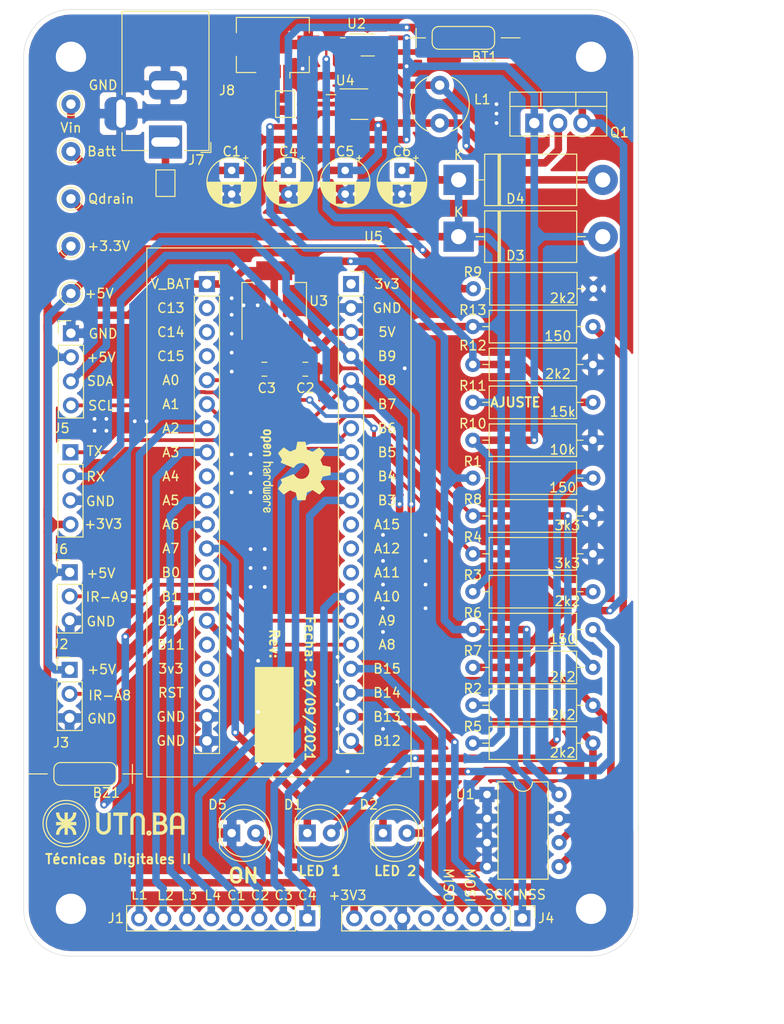
<source format=kicad_pcb>
(kicad_pcb (version 20171130) (host pcbnew 5.1.10-88a1d61d58~90~ubuntu20.04.1)
  (title_block (title "PCB - Sistema de Vigilancia") (date 2021-09-29) (rev v1.5) (company "UTN - FRBA") (comment 1 "Lucas Liaño") (comment 2 "Manuel Dieguez") (comment 3 "Lautaro Golob") (comment 4 "Gabriel Crisafio"))
  (layers (0 F.Cu signal) (31 B.Cu signal) (34 B.Paste user) (35 F.Paste user) (36 B.SilkS user) (37 F.SilkS user) (38 B.Mask user) (39 F.Mask user) (44 Edge.Cuts user))
  (net 0 "")
  (net 1 Earth)
  (net 2 /BATT)
  (net 3 /Buzzer)
  (net 4 /MEASURE)
  (net 5 +5V)
  (net 6 "Net-(D1-Pad2)")
  (net 7 /blupill/LED1_GPIO)
  (net 8 "Net-(D2-Pad2)")
  (net 9 /blupill/LED2_GPIO)
  (net 10 "Net-(D4-Pad2)")
  (net 11 "Net-(D5-Pad2)")
  (net 12 /blupill/L1_GPIO)
  (net 13 /blupill/L2_GPIO)
  (net 14 /blupill/L3_GPIO)
  (net 15 /blupill/L4_GPIO)
  (net 16 /blupill/C1_GPIO)
  (net 17 /blupill/C2_GPIO)
  (net 18 /blupill/C3_GPIO)
  (net 19 /blupill/C4_GPIO)
  (net 20 /blupill/SENSOR1_GPIO)
  (net 21 /blupill/SENSOR2_GPIO)
  (net 22 +3V3)
  (net 23 "Net-(J4-Pad7)")
  (net 24 "Net-(J4-Pad5)")
  (net 25 /blupill/SPI2_MISO)
  (net 26 /blupill/SPI2_MOSI)
  (net 27 /blupill/SPI2_SCK)
  (net 28 /blupill/SPI2_NSS)
  (net 29 /I2C1_SCL)
  (net 30 /I2C1_SDA)
  (net 31 /UART1_TX)
  (net 32 /UART1_RX)
  (net 33 "Net-(J7-Pad1)")
  (net 34 "Net-(J8-Pad1)")
  (net 35 "Net-(J8-Pad2)")
  (net 36 /blupill/ADC12_IN0)
  (net 37 /blupill/ADC12_IN1)
  (net 38 "Net-(U2-Pad6)")
  (net 39 "Net-(U2-Pad7)")
  (net 40 "Net-(J8-Pad3)")
  (net 41 "Net-(R9-Pad2)")
  (net 42 "Net-(R11-Pad2)")
  (net 43 "Net-(U4-Pad6)")
  (net 44 "Net-(U5-Pad26)")
  (net 45 "Net-(U5-Pad22)")
  (net 46 "Net-(U5-Pad24)")
  (net 47 "Net-(U5-Pad33)")
  (net 48 "Net-(U5-Pad5)")
  (net 49 "Net-(U5-Pad7)")
  (net 50 "Net-(U5-Pad17)")
  (net 51 "Net-(U5-Pad25)")
  (net 52 "Net-(U5-Pad31)")
  (net 53 "Net-(U5-Pad3)")
  (net 54 "Net-(C5-Pad1)")
  (net 55 "Net-(U5-Pad2)")
  (net 56 "Net-(U5-Pad35)")
  (module Capacitor_SMD:C_0805_2012Metric_Pad1.18x1.45mm_HandSolder (layer F.Cu) (at 124.7875 88)
    (fp_text reference C2 (at 0 2) (layer F.SilkS))
    (fp_text value 10uF)
    (pad 2 smd roundrect (at 1.0375 0) (size 1.175 1.45) (layers F.Cu F.Paste F.Mask) (roundrect_rratio 0.2127659574468085) (net 1 Earth))
    (pad 1 smd roundrect (at -1.0375 0) (size 1.175 1.45) (layers F.Cu F.Paste F.Mask) (roundrect_rratio 0.2127659574468085) (net 5 +5V))
  )
  (module Package_TO_SOT_SMD:SOT-223-3_TabPin2 (layer F.Cu) (at 121.5 80.75 90)
    (fp_text reference U3 (at -0.05 4.7 180) (layer F.SilkS))
    (fp_text value LM1117-3.3)
    (pad 1 smd rect (at -3.15 -2.3 90) (size 2 1.5) (layers F.Cu F.Paste F.Mask) (net 1 Earth))
    (pad 3 smd rect (at -3.15 2.3 90) (size 2 1.5) (layers F.Cu F.Paste F.Mask) (net 5 +5V))
    (pad 2 smd rect (at -3.15 0 90) (size 2 1.5) (layers F.Cu F.Paste F.Mask) (net 22 +3V3))
    (pad 2 smd rect (at 3.15 0 90) (size 2 3.8) (layers F.Cu F.Paste F.Mask) (net 22 +3V3))
  )
  (module Capacitor_SMD:C_0805_2012Metric_Pad1.18x1.45mm_HandSolder (layer F.Cu) (at 120.4625 88 180)
    (fp_text reference C3 (at -0.25 -2) (layer F.SilkS))
    (fp_text value 10uF)
    (pad 2 smd roundrect (at 1.0375 0 180) (size 1.175 1.45) (layers F.Cu F.Paste F.Mask) (roundrect_rratio 0.2127659574468085) (net 1 Earth))
    (pad 1 smd roundrect (at -1.0375 0 180) (size 1.175 1.45) (layers F.Cu F.Paste F.Mask) (roundrect_rratio 0.2127659574468085) (net 22 +3V3))
  )
  (module mylib:Batt (layer F.Cu) (at 101.5 130.75 180)
    (fp_text reference BZ1 (at -2.25 -2 180) (layer F.SilkS))
    (fp_text value Buzzer)
    (pad 2 smd roundrect (at 2 0 180) (size 2 2) (layers F.Cu F.Mask) (net 1 Earth))
    (pad 1 smd roundrect (at -2 0 180) (size 2 2) (layers F.Cu F.Mask) (net 3 /Buzzer))
  )
  (module mylib:Batt (layer F.Cu) (at 141.5 53)
    (fp_text reference BT1 (at 2.25 2) (layer F.SilkS))
    (fp_text value Batt)
    (pad 2 smd roundrect (at 2 0) (size 2 2) (layers F.Cu F.Mask) (net 1 Earth))
    (pad 1 smd roundrect (at -2 0) (size 2 2) (layers F.Cu F.Mask) (net 2 /BATT))
  )
  (module Symbol:OSHW-Logo2_9.8x8mm_SilkScreen (layer F.Cu) (at 123.75 98.75 270)
    (fp_text reference REF** hide)
    (fp_text value OSHW-Logo2_9.8x8mm_SilkScreen hide)
  )
  (module TestPoint:TestPoint_THTPad_D2.0mm_Drill1.0mm (layer F.Cu) (at 100 75)
    (fp_text reference TP1 hide)
    (fp_text value +3.3V (at 4 0) (layer F.SilkS))
    (pad 1 thru_hole circle (at 0 0) (size 2 2) (drill 1) (layers *.Cu *.Mask) (net 22 +3V3))
  )
  (module mylib:bluepill (layer F.Cu) (at 122 79)
    (fp_text reference U5 (at 10 -5) (layer F.SilkS))
    (fp_text value BluePill_Connector)
    (fp_text user A0 (at -11.43 10.16) (layer F.SilkS))
    (fp_text user GND (at -11.43 48.26) (layer F.SilkS))
    (fp_text user C13 (at -11.43 2.54) (layer F.SilkS))
    (fp_text user B11 (at -11.43 38.1) (layer F.SilkS))
    (fp_text user 3v3 (at -11.43 40.64) (layer F.SilkS))
    (fp_text user V_BAT (at -11.43 0) (layer F.SilkS))
    (fp_text user B10 (at -11.43 35.56) (layer F.SilkS))
    (fp_text user GND (at -11.43 45.72) (layer F.SilkS))
    (fp_text user C14 (at -11.43 5.08) (layer F.SilkS))
    (fp_text user B0 (at -11.43 30.48) (layer F.SilkS))
    (fp_text user A6 (at -11.43 25.4) (layer F.SilkS))
    (fp_text user A7 (at -11.43 27.94) (layer F.SilkS))
    (fp_text user RST (at -11.43 43.18) (layer F.SilkS))
    (fp_text user A5 (at -11.43 22.86) (layer F.SilkS))
    (fp_text user A2 (at -11.43 15.24) (layer F.SilkS))
    (fp_text user A4 (at -11.43 20.32) (layer F.SilkS))
    (fp_text user A3 (at -11.43 17.78) (layer F.SilkS))
    (fp_text user A1 (at -11.43 12.7) (layer F.SilkS))
    (fp_text user B1 (at -11.43 33.02) (layer F.SilkS))
    (fp_text user C15 (at -11.43 7.62) (layer F.SilkS))
    (fp_text user B12 (at 11.43 48.26) (layer F.SilkS))
    (fp_text user B15 (at 11.43 40.64) (layer F.SilkS))
    (fp_text user A8 (at 11.43 38.1) (layer F.SilkS))
    (fp_text user B14 (at 11.43 43.18) (layer F.SilkS))
    (fp_text user B13 (at 11.43 45.72) (layer F.SilkS))
    (fp_text user A9 (at 11.43 35.56) (layer F.SilkS))
    (fp_text user A12 (at 11.43 27.94) (layer F.SilkS))
    (fp_text user A15 (at 11.43 25.4) (layer F.SilkS))
    (fp_text user A11 (at 11.43 30.48) (layer F.SilkS))
    (fp_text user A10 (at 11.43 33.02) (layer F.SilkS))
    (fp_text user B3 (at 11.43 22.86) (layer F.SilkS))
    (fp_text user B6 (at 11.43 15.24) (layer F.SilkS))
    (fp_text user B7 (at 11.43 12.7) (layer F.SilkS))
    (fp_text user B5 (at 11.43 17.78) (layer F.SilkS))
    (fp_text user B4 (at 11.43 20.32) (layer F.SilkS))
    (fp_text user B8 (at 11.43 10.16) (layer F.SilkS))
    (fp_text user B9 (at 11.43 7.62) (layer F.SilkS))
    (fp_text user 5V (at 11.43 5.08) (layer F.SilkS))
    (fp_text user GND (at 11.43 2.54) (layer F.SilkS))
    (fp_text user 3v3 (at 11.43 0) (layer F.SilkS))
    (pad 34 thru_hole oval (at 7.62 40.64) (size 1.7 1.7) (drill 1) (layers *.Cu *.Mask) (net 26 /blupill/SPI2_MOSI))
    (pad 36 thru_hole oval (at 7.62 43.18) (size 1.7 1.7) (drill 1) (layers *.Cu *.Mask) (net 25 /blupill/SPI2_MISO))
    (pad 38 thru_hole oval (at 7.62 45.72) (size 1.7 1.7) (drill 1) (layers *.Cu *.Mask) (net 27 /blupill/SPI2_SCK))
    (pad 40 thru_hole oval (at 7.62 48.26) (size 1.7 1.7) (drill 1) (layers *.Cu *.Mask) (net 28 /blupill/SPI2_NSS))
    (pad 14 thru_hole oval (at 7.62 15.24) (size 1.7 1.7) (drill 1) (layers *.Cu *.Mask) (net 31 /UART1_TX))
    (pad 6 thru_hole oval (at 7.62 5.08) (size 1.7 1.7) (drill 1) (layers *.Cu *.Mask) (net 5 +5V))
    (pad 2 thru_hole rect (at 7.62 0) (size 1.7 1.7) (drill 1) (layers *.Cu *.Mask) (net 55 "Net-(U5-Pad2)"))
    (pad 8 thru_hole oval (at 7.62 7.62) (size 1.7 1.7) (drill 1) (layers *.Cu *.Mask) (net 30 /I2C1_SDA))
    (pad 18 thru_hole oval (at 7.62 20.32) (size 1.7 1.7) (drill 1) (layers *.Cu *.Mask) (net 17 /blupill/C2_GPIO))
    (pad 26 thru_hole oval (at 7.62 30.48) (size 1.7 1.7) (drill 1) (layers *.Cu *.Mask) (net 44 "Net-(U5-Pad26)"))
    (pad 28 thru_hole oval (at 7.62 33.02) (size 1.7 1.7) (drill 1) (layers *.Cu *.Mask) (net 19 /blupill/C4_GPIO))
    (pad 30 thru_hole oval (at 7.62 35.56) (size 1.7 1.7) (drill 1) (layers *.Cu *.Mask) (net 20 /blupill/SENSOR1_GPIO))
    (pad 32 thru_hole oval (at 7.62 38.1) (size 1.7 1.7) (drill 1) (layers *.Cu *.Mask) (net 21 /blupill/SENSOR2_GPIO))
    (pad 12 thru_hole oval (at 7.62 12.7) (size 1.7 1.7) (drill 1) (layers *.Cu *.Mask) (net 32 /UART1_RX))
    (pad 16 thru_hole oval (at 7.62 17.78) (size 1.7 1.7) (drill 1) (layers *.Cu *.Mask) (net 16 /blupill/C1_GPIO))
    (pad 20 thru_hole oval (at 7.62 22.86) (size 1.7 1.7) (drill 1) (layers *.Cu *.Mask) (net 18 /blupill/C3_GPIO))
    (pad 10 thru_hole oval (at 7.62 10.16) (size 1.7 1.7) (drill 1) (layers *.Cu *.Mask) (net 29 /I2C1_SCL))
    (pad 22 thru_hole oval (at 7.62 25.4) (size 1.7 1.7) (drill 1) (layers *.Cu *.Mask) (net 45 "Net-(U5-Pad22)"))
    (pad 24 thru_hole oval (at 7.62 27.94) (size 1.7 1.7) (drill 1) (layers *.Cu *.Mask) (net 46 "Net-(U5-Pad24)"))
    (pad 4 thru_hole oval (at 7.62 2.54) (size 1.7 1.7) (drill 1) (layers *.Cu *.Mask) (net 1 Earth))
    (pad 33 thru_hole oval (at -7.62 40.64) (size 1.7 1.7) (drill 1) (layers *.Cu *.Mask) (net 47 "Net-(U5-Pad33)"))
    (pad 35 thru_hole oval (at -7.62 43.18) (size 1.7 1.7) (drill 1) (layers *.Cu *.Mask) (net 56 "Net-(U5-Pad35)"))
    (pad 37 thru_hole oval (at -7.62 45.72) (size 1.7 1.7) (drill 1) (layers *.Cu *.Mask) (net 1 Earth))
    (pad 39 thru_hole oval (at -7.62 48.26) (size 1.7 1.7) (drill 1) (layers *.Cu *.Mask) (net 1 Earth))
    (pad 13 thru_hole oval (at -7.62 15.24) (size 1.7 1.7) (drill 1) (layers *.Cu *.Mask) (net 12 /blupill/L1_GPIO))
    (pad 5 thru_hole oval (at -7.62 5.08) (size 1.7 1.7) (drill 1) (layers *.Cu *.Mask) (net 48 "Net-(U5-Pad5)"))
    (pad 1 thru_hole rect (at -7.62 0) (size 1.7 1.7) (drill 1) (layers *.Cu *.Mask) (net 22 +3V3))
    (pad 7 thru_hole oval (at -7.62 7.62) (size 1.7 1.7) (drill 1) (layers *.Cu *.Mask) (net 49 "Net-(U5-Pad7)"))
    (pad 17 thru_hole oval (at -7.62 20.32) (size 1.7 1.7) (drill 1) (layers *.Cu *.Mask) (net 50 "Net-(U5-Pad17)"))
    (pad 25 thru_hole oval (at -7.62 30.48) (size 1.7 1.7) (drill 1) (layers *.Cu *.Mask) (net 51 "Net-(U5-Pad25)"))
    (pad 27 thru_hole oval (at -7.62 33.02) (size 1.7 1.7) (drill 1) (layers *.Cu *.Mask) (net 3 /Buzzer))
    (pad 29 thru_hole oval (at -7.62 35.56) (size 1.7 1.7) (drill 1) (layers *.Cu *.Mask) (net 9 /blupill/LED2_GPIO))
    (pad 31 thru_hole oval (at -7.62 38.1) (size 1.7 1.7) (drill 1) (layers *.Cu *.Mask) (net 52 "Net-(U5-Pad31)"))
    (pad 11 thru_hole oval (at -7.62 12.7) (size 1.7 1.7) (drill 1) (layers *.Cu *.Mask) (net 37 /blupill/ADC12_IN1))
    (pad 15 thru_hole oval (at -7.62 17.78) (size 1.7 1.7) (drill 1) (layers *.Cu *.Mask) (net 13 /blupill/L2_GPIO))
    (pad 19 thru_hole oval (at -7.62 22.86) (size 1.7 1.7) (drill 1) (layers *.Cu *.Mask) (net 14 /blupill/L3_GPIO))
    (pad 9 thru_hole oval (at -7.62 10.16) (size 1.7 1.7) (drill 1) (layers *.Cu *.Mask) (net 36 /blupill/ADC12_IN0))
    (pad 21 thru_hole oval (at -7.62 25.4) (size 1.7 1.7) (drill 1) (layers *.Cu *.Mask) (net 15 /blupill/L4_GPIO))
    (pad 23 thru_hole oval (at -7.62 27.94) (size 1.7 1.7) (drill 1) (layers *.Cu *.Mask) (net 7 /blupill/LED1_GPIO))
    (pad 3 thru_hole oval (at -7.62 2.54) (size 1.7 1.7) (drill 1) (layers *.Cu *.Mask) (net 53 "Net-(U5-Pad3)"))
  )
  (module Package_DIP:DIP-8_W7.62mm (layer F.Cu) (at 144 132.92)
    (fp_text reference U1 (at -2.3 -0.02) (layer F.SilkS))
    (fp_text value M24C02)
    (pad 8 thru_hole oval (at 7.62 0) (size 1.6 1.6) (drill 0.8) (layers *.Cu *.Mask) (net 22 +3V3))
    (pad 4 thru_hole oval (at 0 7.62) (size 1.6 1.6) (drill 0.8) (layers *.Cu *.Mask) (net 1 Earth))
    (pad 7 thru_hole oval (at 7.62 2.54) (size 1.6 1.6) (drill 0.8) (layers *.Cu *.Mask) (net 1 Earth))
    (pad 3 thru_hole oval (at 0 5.08) (size 1.6 1.6) (drill 0.8) (layers *.Cu *.Mask) (net 1 Earth))
    (pad 6 thru_hole oval (at 7.62 5.08) (size 1.6 1.6) (drill 0.8) (layers *.Cu *.Mask) (net 29 /I2C1_SCL))
    (pad 2 thru_hole oval (at 0 2.54) (size 1.6 1.6) (drill 0.8) (layers *.Cu *.Mask) (net 1 Earth))
    (pad 5 thru_hole oval (at 7.62 7.62) (size 1.6 1.6) (drill 0.8) (layers *.Cu *.Mask) (net 30 /I2C1_SDA))
    (pad 1 thru_hole rect (at 0 0) (size 1.6 1.6) (drill 0.8) (layers *.Cu *.Mask) (net 1 Earth))
  )
  (module Diode_THT:D_DO-201AD_P15.24mm_Horizontal (layer F.Cu) (at 141 68)
    (fp_text reference D4 (at 6 2) (layer F.SilkS))
    (fp_text value "1N5822 - 500mV")
    (fp_text user K (at 0 -2.6) (layer F.SilkS))
    (pad 2 thru_hole oval (at 15.24 0) (size 3.2 3.2) (drill 1.6) (layers *.Cu *.Mask) (net 10 "Net-(D4-Pad2)"))
    (pad 1 thru_hole rect (at 0 0) (size 3.2 3.2) (drill 1.6) (layers *.Cu *.Mask) (net 5 +5V))
  )
  (module Diode_THT:D_DO-201AD_P15.24mm_Horizontal (layer F.Cu) (at 141 74)
    (fp_text reference D3 (at 6 2) (layer F.SilkS))
    (fp_text value "1N5822 - 500mV")
    (fp_text user K (at 0 -2.6) (layer F.SilkS))
    (pad 2 thru_hole oval (at 15.24 0) (size 3.2 3.2) (drill 1.6) (layers *.Cu *.Mask) (net 4 /MEASURE))
    (pad 1 thru_hole rect (at 0 0) (size 3.2 3.2) (drill 1.6) (layers *.Cu *.Mask) (net 5 +5V))
  )
  (module Connector_USB:USB_Micro-B_Amphenol_10104110_Horizontal (layer F.Cu) (at 121.35 55 180)
    (fp_text reference J8 (at 4.85 -3.55) (layer F.SilkS))
    (fp_text value USB_B_Micro)
    (pad 1 smd rect (at -1.3 -1.55 180) (size 0.4 1.4) (layers F.Cu F.Paste F.Mask) (net 34 "Net-(J8-Pad1)"))
    (pad 2 smd rect (at -0.65 -1.55 180) (size 0.4 1.4) (layers F.Cu F.Paste F.Mask) (net 35 "Net-(J8-Pad2)"))
    (pad 3 smd rect (at 0 -1.55 180) (size 0.4 1.4) (layers F.Cu F.Paste F.Mask) (net 40 "Net-(J8-Pad3)"))
    (pad 4 smd rect (at 0.65 -1.55 180) (size 0.4 1.4) (layers F.Cu F.Paste F.Mask) (net 1 Earth))
    (pad 5 smd rect (at 1.3 -1.55 180) (size 0.4 1.4) (layers F.Cu F.Paste F.Mask) (net 1 Earth))
    (pad 6 smd rect (at -3.75 1.3 180) (size 2.3 1.9) (layers F.Cu F.Paste F.Mask) (net 1 Earth))
    (pad 6 smd rect (at 3.75 1.3 180) (size 2.3 1.9) (layers F.Cu F.Paste F.Mask) (net 1 Earth))
    (pad 6 smd rect (at -1.15 1.3 180) (size 1.8 1.9) (layers F.Cu F.Paste F.Mask) (net 1 Earth))
    (pad 6 smd rect (at 1.15 1.3 180) (size 1.8 1.9) (layers F.Cu F.Paste F.Mask) (net 1 Earth))
  )
  (module Resistor_THT:R_Axial_DIN0309_L9.0mm_D3.2mm_P12.70mm_Horizontal (layer F.Cu) (at 142.5 127.5)
    (fp_text reference R5 (at 0 -1.75) (layer F.SilkS))
    (fp_text value 2k2 (at 9.5 1) (layer F.SilkS))
    (pad 2 thru_hole oval (at 12.7 0) (size 1.6 1.6) (drill 0.8) (layers *.Cu *.Mask) (net 29 /I2C1_SCL))
    (pad 1 thru_hole circle (at 0 0) (size 1.6 1.6) (drill 0.8) (layers *.Cu *.Mask) (net 5 +5V))
  )
  (module Resistor_THT:R_Axial_DIN0309_L9.0mm_D3.2mm_P12.70mm_Horizontal (layer F.Cu) (at 142.5 123.5)
    (fp_text reference R2 (at 0 -1.75) (layer F.SilkS))
    (fp_text value 2k2 (at 9.5 1) (layer F.SilkS))
    (pad 2 thru_hole oval (at 12.7 0) (size 1.6 1.6) (drill 0.8) (layers *.Cu *.Mask) (net 30 /I2C1_SDA))
    (pad 1 thru_hole circle (at 0 0) (size 1.6 1.6) (drill 0.8) (layers *.Cu *.Mask) (net 5 +5V))
  )
  (module Resistor_THT:R_Axial_DIN0309_L9.0mm_D3.2mm_P12.70mm_Horizontal (layer F.Cu) (at 142.5 87.5)
    (fp_text reference R12 (at 0 -2) (layer F.SilkS))
    (fp_text value 2k2 (at 9 1) (layer F.SilkS))
    (pad 2 thru_hole oval (at 12.7 0) (size 1.6 1.6) (drill 0.8) (layers *.Cu *.Mask) (net 1 Earth))
    (pad 1 thru_hole circle (at 0 0) (size 1.6 1.6) (drill 0.8) (layers *.Cu *.Mask) (net 42 "Net-(R11-Pad2)"))
  )
  (module Resistor_THT:R_Axial_DIN0309_L9.0mm_D3.2mm_P12.70mm_Horizontal (layer F.Cu) (at 142.5 91.5)
    (fp_text reference R11 (at 0 -1.75) (layer F.SilkS))
    (fp_text value 15k (at 9.5 1) (layer F.SilkS))
    (pad 2 thru_hole oval (at 12.7 0) (size 1.6 1.6) (drill 0.8) (layers *.Cu *.Mask) (net 42 "Net-(R11-Pad2)"))
    (pad 1 thru_hole circle (at 0 0) (size 1.6 1.6) (drill 0.8) (layers *.Cu *.Mask) (net 5 +5V))
  )
  (module Resistor_THT:R_Axial_DIN0309_L9.0mm_D3.2mm_P12.70mm_Horizontal (layer F.Cu) (at 142.5 103.5)
    (fp_text reference R8 (at 0 -1.75) (layer F.SilkS))
    (fp_text value 3k3 (at 10 1) (layer F.SilkS))
    (pad 2 thru_hole oval (at 12.7 0) (size 1.6 1.6) (drill 0.8) (layers *.Cu *.Mask) (net 1 Earth))
    (pad 1 thru_hole circle (at 0 0) (size 1.6 1.6) (drill 0.8) (layers *.Cu *.Mask) (net 37 /blupill/ADC12_IN1))
  )
  (module Resistor_THT:R_Axial_DIN0309_L9.0mm_D3.2mm_P12.70mm_Horizontal (layer F.Cu) (at 142.5 119.5)
    (fp_text reference R7 (at 0 -1.75) (layer F.SilkS))
    (fp_text value 2k2 (at 9.5 1) (layer F.SilkS))
    (pad 2 thru_hole oval (at 12.7 0) (size 1.6 1.6) (drill 0.8) (layers *.Cu *.Mask) (net 37 /blupill/ADC12_IN1))
    (pad 1 thru_hole circle (at 0 0) (size 1.6 1.6) (drill 0.8) (layers *.Cu *.Mask) (net 2 /BATT))
  )
  (module Resistor_THT:R_Axial_DIN0309_L9.0mm_D3.2mm_P12.70mm_Horizontal (layer F.Cu) (at 142.5 83.5)
    (fp_text reference R13 (at 0 -1.75) (layer F.SilkS))
    (fp_text value 150 (at 9 1) (layer F.SilkS))
    (pad 2 thru_hole oval (at 12.7 0) (size 1.6 1.6) (drill 0.8) (layers *.Cu *.Mask) (net 11 "Net-(D5-Pad2)"))
    (pad 1 thru_hole circle (at 0 0) (size 1.6 1.6) (drill 0.8) (layers *.Cu *.Mask) (net 5 +5V))
  )
  (module Resistor_THT:R_Axial_DIN0309_L9.0mm_D3.2mm_P12.70mm_Horizontal (layer F.Cu) (at 142.5 107.5)
    (fp_text reference R4 (at 0 -1.75) (layer F.SilkS))
    (fp_text value 3k3 (at 10 1) (layer F.SilkS))
    (pad 2 thru_hole oval (at 12.7 0) (size 1.6 1.6) (drill 0.8) (layers *.Cu *.Mask) (net 1 Earth))
    (pad 1 thru_hole circle (at 0 0) (size 1.6 1.6) (drill 0.8) (layers *.Cu *.Mask) (net 36 /blupill/ADC12_IN0))
  )
  (module Resistor_THT:R_Axial_DIN0309_L9.0mm_D3.2mm_P12.70mm_Horizontal (layer F.Cu) (at 142.5 111.5)
    (fp_text reference R3 (at 0 -1.75) (layer F.SilkS))
    (fp_text value 2k2 (at 10 1) (layer F.SilkS))
    (pad 2 thru_hole oval (at 12.7 0) (size 1.6 1.6) (drill 0.8) (layers *.Cu *.Mask) (net 36 /blupill/ADC12_IN0))
    (pad 1 thru_hole circle (at 0 0) (size 1.6 1.6) (drill 0.8) (layers *.Cu *.Mask) (net 4 /MEASURE))
  )
  (module Resistor_THT:R_Axial_DIN0309_L9.0mm_D3.2mm_P12.70mm_Horizontal (layer F.Cu) (at 142.5 95.5)
    (fp_text reference R10 (at 0 -1.75) (layer F.SilkS))
    (fp_text value 10k (at 9.5 1) (layer F.SilkS))
    (pad 2 thru_hole oval (at 12.7 0) (size 1.6 1.6) (drill 0.8) (layers *.Cu *.Mask) (net 1 Earth))
    (pad 1 thru_hole circle (at 0 0) (size 1.6 1.6) (drill 0.8) (layers *.Cu *.Mask) (net 4 /MEASURE))
  )
  (module Resistor_THT:R_Axial_DIN0309_L9.0mm_D3.2mm_P12.70mm_Horizontal (layer F.Cu) (at 155.25 79.5 180)
    (fp_text reference R9 (at 12.75 1.75) (layer F.SilkS))
    (fp_text value 2k2 (at 3.25 -1) (layer F.SilkS))
    (pad 2 thru_hole oval (at 12.7 0 180) (size 1.6 1.6) (drill 0.8) (layers *.Cu *.Mask) (net 41 "Net-(R9-Pad2)"))
    (pad 1 thru_hole circle (at 0 0 180) (size 1.6 1.6) (drill 0.8) (layers *.Cu *.Mask) (net 1 Earth))
  )
  (module Resistor_THT:R_Axial_DIN0309_L9.0mm_D3.2mm_P12.70mm_Horizontal (layer F.Cu) (at 142.5 115.5)
    (fp_text reference R6 (at 0 -1.75) (layer F.SilkS))
    (fp_text value 150 (at 9.5 1) (layer F.SilkS))
    (pad 2 thru_hole oval (at 12.7 0) (size 1.6 1.6) (drill 0.8) (layers *.Cu *.Mask) (net 8 "Net-(D2-Pad2)"))
    (pad 1 thru_hole circle (at 0 0) (size 1.6 1.6) (drill 0.8) (layers *.Cu *.Mask) (net 22 +3V3))
  )
  (module Resistor_THT:R_Axial_DIN0309_L9.0mm_D3.2mm_P12.70mm_Horizontal (layer F.Cu) (at 142.5 99.5)
    (fp_text reference R1 (at 0 -1.75) (layer F.SilkS))
    (fp_text value 150 (at 9.5 1) (layer F.SilkS))
    (pad 2 thru_hole oval (at 12.7 0) (size 1.6 1.6) (drill 0.8) (layers *.Cu *.Mask) (net 6 "Net-(D1-Pad2)"))
    (pad 1 thru_hole circle (at 0 0) (size 1.6 1.6) (drill 0.8) (layers *.Cu *.Mask) (net 22 +3V3))
  )
  (module Capacitor_THT:CP_Radial_D5.0mm_P2.50mm (layer F.Cu) (at 135 67 270)
    (fp_text reference C6 (at -2 0 180) (layer F.SilkS))
    (fp_text value 22uF)
    (pad 2 thru_hole circle (at 2.5 0 270) (size 1.6 1.6) (drill 0.8) (layers *.Cu *.Mask) (net 1 Earth))
    (pad 1 thru_hole rect (at 0 0 270) (size 1.6 1.6) (drill 0.8) (layers *.Cu *.Mask) (net 5 +5V))
  )
  (module Capacitor_THT:CP_Radial_D5.0mm_P2.50mm (layer F.Cu) (at 129 67 270)
    (fp_text reference C5 (at -2 0 180) (layer F.SilkS))
    (fp_text value 22uF)
    (pad 2 thru_hole circle (at 2.5 0 270) (size 1.6 1.6) (drill 0.8) (layers *.Cu *.Mask) (net 1 Earth))
    (pad 1 thru_hole rect (at 0 0 270) (size 1.6 1.6) (drill 0.8) (layers *.Cu *.Mask) (net 54 "Net-(C5-Pad1)"))
  )
  (module Capacitor_THT:CP_Radial_D5.0mm_P2.50mm (layer F.Cu) (at 123 67 270)
    (fp_text reference C4 (at -2 0 180) (layer F.SilkS))
    (fp_text value 10uF)
    (pad 2 thru_hole circle (at 2.5 0 270) (size 1.6 1.6) (drill 0.8) (layers *.Cu *.Mask) (net 1 Earth))
    (pad 1 thru_hole rect (at 0 0 270) (size 1.6 1.6) (drill 0.8) (layers *.Cu *.Mask) (net 2 /BATT))
  )
  (module Capacitor_THT:CP_Radial_D5.0mm_P2.50mm (layer F.Cu) (at 117 67 270)
    (fp_text reference C1 (at -2 0 180) (layer F.SilkS))
    (fp_text value 10uF)
    (pad 2 thru_hole circle (at 2.5 0 270) (size 1.6 1.6) (drill 0.8) (layers *.Cu *.Mask) (net 1 Earth))
    (pad 1 thru_hole rect (at 0 0 270) (size 1.6 1.6) (drill 0.8) (layers *.Cu *.Mask) (net 4 /MEASURE))
  )
  (module mylib:UTN.BA-Letras (layer F.Cu) (at 99.5 136)
    (fp_text reference LogoUTN.BA-Letras)
    (fp_text value UTN.BA-Letras)
  )
  (module Connector_PinHeader_2.54mm:PinHeader_1x03_P2.54mm_Vertical (layer F.Cu) (at 99.859 119.754)
    (fp_text reference J3 (at -0.9 7.7) (layer F.SilkS))
    (fp_text value S2)
    (pad 3 thru_hole oval (at 0 5.08) (size 1.7 1.7) (drill 1) (layers *.Cu *.Mask) (net 1 Earth))
    (pad 2 thru_hole oval (at 0 2.54) (size 1.7 1.7) (drill 1) (layers *.Cu *.Mask) (net 21 /blupill/SENSOR2_GPIO))
    (pad 1 thru_hole rect (at 0 0) (size 1.7 1.7) (drill 1) (layers *.Cu *.Mask) (net 5 +5V))
  )
  (module Connector_PinHeader_2.54mm:PinHeader_1x03_P2.54mm_Vertical (layer F.Cu) (at 99.876 109.454)
    (fp_text reference J2 (at -1 7.6) (layer F.SilkS))
    (fp_text value S1)
    (pad 3 thru_hole oval (at 0 5.08) (size 1.7 1.7) (drill 1) (layers *.Cu *.Mask) (net 1 Earth))
    (pad 2 thru_hole oval (at 0 2.54) (size 1.7 1.7) (drill 1) (layers *.Cu *.Mask) (net 20 /blupill/SENSOR1_GPIO))
    (pad 1 thru_hole rect (at 0 0) (size 1.7 1.7) (drill 1) (layers *.Cu *.Mask) (net 5 +5V))
  )
  (module Connector_PinHeader_2.54mm:PinHeader_1x04_P2.54mm_Vertical (layer F.Cu) (at 99.949 96.774)
    (fp_text reference J6 (at -1.1 10.24) (layer F.SilkS))
    (fp_text value HC06)
    (pad 4 thru_hole oval (at 0 7.62) (size 1.7 1.7) (drill 1) (layers *.Cu *.Mask) (net 22 +3V3))
    (pad 3 thru_hole oval (at 0 5.08) (size 1.7 1.7) (drill 1) (layers *.Cu *.Mask) (net 1 Earth))
    (pad 2 thru_hole oval (at 0 2.54) (size 1.7 1.7) (drill 1) (layers *.Cu *.Mask) (net 32 /UART1_RX))
    (pad 1 thru_hole rect (at 0 0) (size 1.7 1.7) (drill 1) (layers *.Cu *.Mask) (net 31 /UART1_TX))
  )
  (module Connector_PinHeader_2.54mm:PinHeader_1x04_P2.54mm_Vertical (layer F.Cu) (at 100 84.201)
    (fp_text reference J5 (at -1 10.04) (layer F.SilkS))
    (fp_text value Display)
    (pad 4 thru_hole oval (at 0 7.62) (size 1.7 1.7) (drill 1) (layers *.Cu *.Mask) (net 29 /I2C1_SCL))
    (pad 3 thru_hole oval (at 0 5.08) (size 1.7 1.7) (drill 1) (layers *.Cu *.Mask) (net 30 /I2C1_SDA))
    (pad 2 thru_hole oval (at 0 2.54) (size 1.7 1.7) (drill 1) (layers *.Cu *.Mask) (net 5 +5V))
    (pad 1 thru_hole rect (at 0 0) (size 1.7 1.7) (drill 1) (layers *.Cu *.Mask) (net 1 Earth))
  )
  (module Package_TO_SOT_THT:TO-220-3_Vertical (layer F.Cu) (at 149 62)
    (fp_text reference Q1 (at 9 1) (layer F.SilkS))
    (fp_text value IRF9Z20)
    (pad 3 thru_hole oval (at 5.08 0) (size 1.905 2) (drill 1.1) (layers *.Cu *.Mask) (net 2 /BATT))
    (pad 2 thru_hole oval (at 2.54 0) (size 1.905 2) (drill 1.1) (layers *.Cu *.Mask) (net 54 "Net-(C5-Pad1)"))
    (pad 1 thru_hole rect (at 0 0) (size 1.905 2) (drill 1.1) (layers *.Cu *.Mask) (net 4 /MEASURE))
  )
  (module TestPoint:TestPoint_THTPad_D2.0mm_Drill1.0mm (layer F.Cu) (at 100 80 270)
    (fp_text reference TP5 hide)
    (fp_text value +5V (at 0 -3 180) (layer F.SilkS))
    (pad 1 thru_hole circle (at 0 0 270) (size 2 2) (drill 1) (layers *.Cu *.Mask) (net 5 +5V))
  )
  (module TestPoint:TestPoint_THTPad_D2.0mm_Drill1.0mm (layer F.Cu) (at 100 70 270)
    (fp_text reference TP4 hide)
    (fp_text value Qdrain (at 0 -4.25 180) (layer F.SilkS))
    (pad 1 thru_hole circle (at 0 0 270) (size 2 2) (drill 1) (layers *.Cu *.Mask) (net 54 "Net-(C5-Pad1)"))
  )
  (module TestPoint:TestPoint_THTPad_D2.0mm_Drill1.0mm (layer F.Cu) (at 100 65 270)
    (fp_text reference TP3 hide)
    (fp_text value Batt (at 0 -3.25 180) (layer F.SilkS))
    (pad 1 thru_hole circle (at 0 0 270) (size 2 2) (drill 1) (layers *.Cu *.Mask) (net 2 /BATT))
  )
  (module TestPoint:TestPoint_THTPad_D2.0mm_Drill1.0mm (layer F.Cu) (at 100 60)
    (fp_text reference TP2 hide)
    (fp_text value Vin (at 0 2.5) (layer F.SilkS))
    (pad 1 thru_hole circle (at 0 0) (size 2 2) (drill 1) (layers *.Cu *.Mask) (net 4 /MEASURE))
  )
  (module LED_THT:LED_D5.0mm (layer F.Cu) (at 117 137)
    (fp_text reference D5 (at -1.5 -3) (layer F.SilkS))
    (fp_text value LED_Green@2V)
    (pad 2 thru_hole circle (at 2.54 0) (size 1.8 1.8) (drill 0.9) (layers *.Cu *.Mask) (net 11 "Net-(D5-Pad2)"))
    (pad 1 thru_hole rect (at 0 0) (size 1.8 1.8) (drill 0.9) (layers *.Cu *.Mask) (net 1 Earth))
  )
  (module Connector_BarrelJack:BarrelJack_Horizontal (layer F.Cu) (at 110 64 270)
    (fp_text reference J7 (at 1.9 -3.25 180) (layer F.SilkS))
    (fp_text value Barrel_Jack)
    (pad 3 thru_hole roundrect (at -3 4.7 270) (size 3.5 3.5) (drill oval 3 1) (layers *.Cu *.Mask) (net 1 Earth))
    (pad 2 thru_hole roundrect (at -6 0 270) (size 3 3.5) (drill oval 1 3) (layers *.Cu *.Mask) (net 1 Earth))
    (pad 1 thru_hole rect (at 0 0 270) (size 3.5 3.5) (drill oval 1 3) (layers *.Cu *.Mask) (net 33 "Net-(J7-Pad1)"))
  )
  (module Connector_PinHeader_2.54mm:PinHeader_1x08_P2.54mm_Vertical (layer F.Cu) (at 147.74 146 270)
    (fp_text reference J4 (at 0 -2.51 180) (layer F.SilkS))
    (fp_text value Conn_01x08_Female)
    (pad 8 thru_hole oval (at 0 17.78 270) (size 1.7 1.7) (drill 1) (layers *.Cu *.Mask) (net 22 +3V3))
    (pad 7 thru_hole oval (at 0 15.24 270) (size 1.7 1.7) (drill 1) (layers *.Cu *.Mask) (net 23 "Net-(J4-Pad7)"))
    (pad 6 thru_hole oval (at 0 12.7 270) (size 1.7 1.7) (drill 1) (layers *.Cu *.Mask) (net 1 Earth))
    (pad 5 thru_hole oval (at 0 10.16 270) (size 1.7 1.7) (drill 1) (layers *.Cu *.Mask) (net 24 "Net-(J4-Pad5)"))
    (pad 4 thru_hole oval (at 0 7.62 270) (size 1.7 1.7) (drill 1) (layers *.Cu *.Mask) (net 25 /blupill/SPI2_MISO))
    (pad 3 thru_hole oval (at 0 5.08 270) (size 1.7 1.7) (drill 1) (layers *.Cu *.Mask) (net 26 /blupill/SPI2_MOSI))
    (pad 2 thru_hole oval (at 0 2.54 270) (size 1.7 1.7) (drill 1) (layers *.Cu *.Mask) (net 27 /blupill/SPI2_SCK))
    (pad 1 thru_hole rect (at 0 0 270) (size 1.7 1.7) (drill 1) (layers *.Cu *.Mask) (net 28 /blupill/SPI2_NSS))
  )
  (module Connector_PinHeader_2.54mm:PinHeader_1x08_P2.54mm_Vertical (layer F.Cu) (at 125 146 270)
    (fp_text reference J1 (at 0 20.25 180) (layer F.SilkS))
    (fp_text value Conn_01x08_Female)
    (pad 8 thru_hole oval (at 0 17.78 270) (size 1.7 1.7) (drill 1) (layers *.Cu *.Mask) (net 12 /blupill/L1_GPIO))
    (pad 7 thru_hole oval (at 0 15.24 270) (size 1.7 1.7) (drill 1) (layers *.Cu *.Mask) (net 13 /blupill/L2_GPIO))
    (pad 6 thru_hole oval (at 0 12.7 270) (size 1.7 1.7) (drill 1) (layers *.Cu *.Mask) (net 14 /blupill/L3_GPIO))
    (pad 5 thru_hole oval (at 0 10.16 270) (size 1.7 1.7) (drill 1) (layers *.Cu *.Mask) (net 15 /blupill/L4_GPIO))
    (pad 4 thru_hole oval (at 0 7.62 270) (size 1.7 1.7) (drill 1) (layers *.Cu *.Mask) (net 16 /blupill/C1_GPIO))
    (pad 3 thru_hole oval (at 0 5.08 270) (size 1.7 1.7) (drill 1) (layers *.Cu *.Mask) (net 17 /blupill/C2_GPIO))
    (pad 2 thru_hole oval (at 0 2.54 270) (size 1.7 1.7) (drill 1) (layers *.Cu *.Mask) (net 18 /blupill/C3_GPIO))
    (pad 1 thru_hole rect (at 0 0 270) (size 1.7 1.7) (drill 1) (layers *.Cu *.Mask) (net 19 /blupill/C4_GPIO))
  )
  (module LED_THT:LED_D5.0mm (layer F.Cu) (at 133 137)
    (fp_text reference D2 (at -1.5 -3) (layer F.SilkS))
    (fp_text value LED_Red@2V)
    (pad 2 thru_hole circle (at 2.54 0) (size 1.8 1.8) (drill 0.9) (layers *.Cu *.Mask) (net 8 "Net-(D2-Pad2)"))
    (pad 1 thru_hole rect (at 0 0) (size 1.8 1.8) (drill 0.9) (layers *.Cu *.Mask) (net 9 /blupill/LED2_GPIO))
  )
  (module LED_THT:LED_D5.0mm (layer F.Cu) (at 125 137)
    (fp_text reference D1 (at -1.5 -3) (layer F.SilkS))
    (fp_text value LED_Green@2V)
    (pad 2 thru_hole circle (at 2.54 0) (size 1.8 1.8) (drill 0.9) (layers *.Cu *.Mask) (net 6 "Net-(D1-Pad2)"))
    (pad 1 thru_hole rect (at 0 0) (size 1.8 1.8) (drill 0.9) (layers *.Cu *.Mask) (net 7 /blupill/LED1_GPIO))
  )
  (module Package_TO_SOT_SMD:SC-70-8_Handsoldering (layer F.Cu) (at 131.35 53.75)
    (fp_text reference U2 (at -1.15 -2.25) (layer F.SilkS))
    (fp_text value TP4056)
    (pad 8 smd rect (at 1.15 -0.75 270) (size 0.3 1.5) (layers F.Cu F.Paste F.Mask) (net 4 /MEASURE))
    (pad 7 smd rect (at 1.15 -0.25 270) (size 0.3 1.5) (layers F.Cu F.Paste F.Mask) (net 39 "Net-(U2-Pad7)"))
    (pad 6 smd rect (at 1.15 0.25 270) (size 0.3 1.5) (layers F.Cu F.Paste F.Mask) (net 38 "Net-(U2-Pad6)"))
    (pad 5 smd rect (at 1.15 0.75 270) (size 0.3 1.5) (layers F.Cu F.Paste F.Mask) (net 2 /BATT))
    (pad 4 smd rect (at -1.15 0.75 270) (size 0.3 1.5) (layers F.Cu F.Paste F.Mask) (net 4 /MEASURE))
    (pad 3 smd rect (at -1.15 0.25 270) (size 0.3 1.5) (layers F.Cu F.Paste F.Mask) (net 1 Earth))
    (pad 2 smd rect (at -1.15 -0.25 270) (size 0.3 1.5) (layers F.Cu F.Paste F.Mask) (net 41 "Net-(R9-Pad2)"))
    (pad 1 smd rect (at -1.15 -0.75 270) (size 0.3 1.5) (layers F.Cu F.Paste F.Mask) (net 1 Earth))
  )
  (module Package_TO_SOT_SMD:SOT-23-6_Handsoldering (layer F.Cu) (at 130.5 60)
    (fp_text reference U4 (at -1.5 -2.5) (layer F.SilkS))
    (fp_text value MT3608)
    (pad 5 smd rect (at 1.35 0) (size 1.56 0.65) (layers F.Cu F.Paste F.Mask) (net 54 "Net-(C5-Pad1)"))
    (pad 6 smd rect (at 1.35 -0.95) (size 1.56 0.65) (layers F.Cu F.Paste F.Mask) (net 43 "Net-(U4-Pad6)"))
    (pad 4 smd rect (at 1.35 0.95) (size 1.56 0.65) (layers F.Cu F.Paste F.Mask) (net 54 "Net-(C5-Pad1)"))
    (pad 3 smd rect (at -1.35 0.95) (size 1.56 0.65) (layers F.Cu F.Paste F.Mask) (net 42 "Net-(R11-Pad2)"))
    (pad 2 smd rect (at -1.35 0) (size 1.56 0.65) (layers F.Cu F.Paste F.Mask) (net 1 Earth))
    (pad 1 smd rect (at -1.35 -0.95) (size 1.56 0.65) (layers F.Cu F.Paste F.Mask) (net 10 "Net-(D4-Pad2)"))
  )
  (module Inductor_THT:L_Radial_D6.0mm_P4.00mm (layer F.Cu) (at 139 62 90)
    (fp_text reference L1 (at 2.5 4.5 180) (layer F.SilkS))
    (fp_text value 22uH)
    (pad 2 thru_hole circle (at 4 0 90) (size 2 2) (drill 1) (layers *.Cu *.Mask) (net 10 "Net-(D4-Pad2)"))
    (pad 1 thru_hole circle (at 0 0 90) (size 2 2) (drill 1) (layers *.Cu *.Mask) (net 54 "Net-(C5-Pad1)"))
  )
  (module Jumper:SolderJumper-2_P1.3mm_Open_Pad1.0x1.5mm (layer F.Cu) (at 122.65 60 270)
    (fp_text reference JP2 hide)
    (fp_text value Jumper)
    (pad 1 smd rect (at -0.65 0 270) (size 1 1.5) (layers F.Cu F.Mask) (net 34 "Net-(J8-Pad1)"))
    (pad 2 smd rect (at 0.65 0 270) (size 1 1.5) (layers F.Cu F.Mask) (net 4 /MEASURE))
  )
  (module Jumper:SolderJumper-2_P1.3mm_Open_Pad1.0x1.5mm (layer F.Cu) (at 110 68.35 270)
    (fp_text reference JP1 hide)
    (fp_text value Jumper)
    (pad 1 smd rect (at -0.65 0 270) (size 1 1.5) (layers F.Cu F.Mask) (net 33 "Net-(J7-Pad1)"))
    (pad 2 smd rect (at 0.65 0 270) (size 1 1.5) (layers F.Cu F.Mask) (net 4 /MEASURE))
  )
  (module MountingHole:MountingHole_3.2mm_M3_DIN965_Pad_TopBottom (layer F.Cu) (at 100 145)
    (fp_text reference H4 hide)
    (fp_text value MountingHole_Pad)
    (pad 1 connect circle (at 0 0) (size 5.6 5.6) (layers B.Cu B.Mask) (net 1 Earth))
    (pad 1 connect circle (at 0 0) (size 5.6 5.6) (layers F.Cu F.Mask) (net 1 Earth))
    (pad 1 thru_hole circle (at 0 0) (size 3.6 3.6) (drill 3.2) (layers *.Cu *.Mask) (net 1 Earth))
  )
  (module MountingHole:MountingHole_3.2mm_M3_DIN965_Pad_TopBottom (layer F.Cu) (at 155 145)
    (fp_text reference H3 hide)
    (fp_text value MountingHole_Pad)
    (pad 1 connect circle (at 0 0) (size 5.6 5.6) (layers B.Cu B.Mask) (net 1 Earth))
    (pad 1 connect circle (at 0 0) (size 5.6 5.6) (layers F.Cu F.Mask) (net 1 Earth))
    (pad 1 thru_hole circle (at 0 0) (size 3.6 3.6) (drill 3.2) (layers *.Cu *.Mask) (net 1 Earth))
  )
  (module MountingHole:MountingHole_3.2mm_M3_DIN965_Pad_TopBottom (layer F.Cu) (at 100 55)
    (fp_text reference H2 hide)
    (fp_text value MountingHole_Pad)
    (pad 1 connect circle (at 0 0) (size 5.6 5.6) (layers B.Cu B.Mask) (net 1 Earth))
    (pad 1 connect circle (at 0 0) (size 5.6 5.6) (layers F.Cu F.Mask) (net 1 Earth))
    (pad 1 thru_hole circle (at 0 0) (size 3.6 3.6) (drill 3.2) (layers *.Cu *.Mask) (net 1 Earth))
  )
  (module MountingHole:MountingHole_3.2mm_M3_DIN965_Pad_TopBottom (layer F.Cu) (at 155 55)
    (fp_text reference H1 hide)
    (fp_text value MountingHole_Pad)
    (pad 1 connect circle (at 0 0) (size 5.6 5.6) (layers B.Cu B.Mask) (net 1 Earth))
    (pad 1 connect circle (at 0 0) (size 5.6 5.6) (layers F.Cu F.Mask) (net 1 Earth))
    (pad 1 thru_hole circle (at 0 0) (size 3.6 3.6) (drill 3.2) (layers *.Cu *.Mask) (net 1 Earth))
  )
  (gr_text C4 (at 125 143.574) (layer F.SilkS) (effects (font (size 1 1))))
  (gr_text C3 (at 122.5 143.574) (layer F.SilkS) (effects (font (size 1 1))))
  (gr_text C2 (at 120 143.574) (layer F.SilkS) (effects (font (size 1 1))))
  (gr_text C1 (at 117.5 143.574) (layer F.SilkS) (effects (font (size 1 1))))
  (gr_text L4 (at 115 143.574) (layer F.SilkS) (effects (font (size 1 1))))
  (gr_text L3 (at 112.5 143.574) (layer F.SilkS) (effects (font (size 1 1))))
  (gr_text L2 (at 110 143.574) (layer F.SilkS) (effects (font (size 1 1))))
  (gr_text L1 (at 107.25 143.5) (layer F.SilkS) (effects (font (size 1 1))))
  (gr_text SCK (at 145.25 143.5) (layer F.SilkS) (effects (font (size 1 1))))
  (gr_text +3V3 (at 129.25 143.574) (layer F.SilkS) (effects (font (size 1 1))))
  (gr_text MOSI (at 142.176 142.5 -90) (layer F.SilkS) (effects (font (size 1 1))))
  (gr_text MISO (at 139.926 142.5 270) (layer F.SilkS) (effects (font (size 1 1))))
  (gr_text NSS (at 148.75 143.5) (layer F.SilkS) (effects (font (size 1 1))))
  (gr_poly (pts (xy 123.5 129.5) (xy 119.5 129.5) (xy 119.5 119.5) (xy 123.5 119.5)) (layer F.SilkS) (width 0.1))
  (gr_text Rev: (at 121.5 117 -90) (layer F.SilkS) (effects (font (size 1 1) (thickness 0.2))))
  (gr_text "Fecha: 26/09/2021" (at 125.25 121.75 -90) (layer F.SilkS) (effects (font (size 1 1) (thickness 0.2))))
  (gr_text GND (at 103.4 58) (layer F.SilkS) (effects (font (size 1 1))))
  (gr_text "Técnicas Digitales II" (at 105 139.75) (layer F.SilkS) (effects (font (size 1 1) (thickness 0.2))))
  (gr_line (start 128.5 53) (end 129 53) (layer F.SilkS) (width 0.12))
  (gr_line (start 127 59) (end 128 59) (layer F.SilkS) (width 0.12))
  (gr_text RX (at 102.622 99.352) (layer F.SilkS) (effects (font (size 1 1))))
  (gr_text TX (at 102.522 96.652) (layer F.SilkS) (effects (font (size 1 1))))
  (gr_text SCL (at 103.2 91.85) (layer F.SilkS) (effects (font (size 1 1))))
  (gr_text SDA (at 103.1 89.25) (layer F.SilkS) (effects (font (size 1 1))))
  (gr_text IR-A9 (at 103.826 112.054) (layer F.SilkS) (effects (font (size 1 1))))
  (gr_text IR-A8 (at 104.109 122.464) (layer F.SilkS) (effects (font (size 1 1))))
  (gr_text GND (at 103.259 124.914) (layer F.SilkS) (effects (font (size 1 1))))
  (gr_text GND (at 103.176 114.654) (layer F.SilkS) (effects (font (size 1 1))))
  (gr_text GND (at 103.4 84.25) (layer F.SilkS) (effects (font (size 1 1))))
  (gr_text GND (at 103.122 101.952) (layer F.SilkS) (effects (font (size 1 1))))
  (gr_text +3V3 (at 103.422 104.352) (layer F.SilkS) (effects (font (size 1 1))))
  (gr_text +5V (at 103.2 86.75) (layer F.SilkS) (effects (font (size 1 1))))
  (gr_text +5V (at 103.176 109.554) (layer F.SilkS) (effects (font (size 1 1))))
  (gr_text +5V (at 103.259 119.714) (layer F.SilkS) (effects (font (size 1 1))))
  (gr_arc (start 100 55) (end 100 50) (angle -90) (layer Edge.Cuts) (width 0.05))
  (gr_arc (start 155 55) (end 160 55) (angle -90) (layer Edge.Cuts) (width 0.05))
  (gr_arc (start 155 145) (end 155 150) (angle -90) (layer Edge.Cuts) (width 0.05))
  (gr_text "LED 2" (at 134.3 141) (layer F.SilkS) (effects (font (size 1 1) (thickness 0.2))))
  (gr_text "LED 1" (at 126.3 141) (layer F.SilkS) (effects (font (size 1 1) (thickness 0.2))))
  (gr_text "ON\n" (at 118.25 141.5) (layer F.SilkS) (effects (font (size 1.5 1.5) (thickness 0.3))))
  (gr_arc (start 100 145) (end 95 145) (angle -90) (layer Edge.Cuts) (width 0.05))
  (gr_text AJUSTE (at 147 91.5) (layer F.SilkS) (effects (font (size 1 1) (thickness 0.2))))
  (gr_line (start 95 145) (end 95 55) (layer Edge.Cuts) (width 0.05))
  (gr_line (start 155 150) (end 100 150) (layer Edge.Cuts) (width 0.05))
  (gr_line (start 160 55) (end 160 145) (layer Edge.Cuts) (width 0.05))
  (gr_line (start 100 50) (end 155 50) (layer Edge.Cuts) (width 0.05))
  (via (at 128.2 128.4) (size 0.8) (drill 0.4) (layers F.Cu B.Cu) (net 1))
  (via (at 128.2 126) (size 0.8) (drill 0.4) (layers F.Cu B.Cu) (net 1))
  (via (at 128.2 123.4) (size 0.8) (drill 0.4) (layers F.Cu B.Cu) (net 1))
  (via (at 128.2 121) (size 0.8) (drill 0.4) (layers F.Cu B.Cu) (net 1))
  (via (at 128.2 118.4) (size 0.8) (drill 0.4) (layers F.Cu B.Cu) (net 1))
  (via (at 117 97) (size 0.8) (drill 0.4) (layers F.Cu B.Cu) (net 1))
  (segment (start 120.05 57.85) (end 120.05 56.55) (width 0.4) (layer F.Cu) (net 1))
  (segment (start 120.1 57.9) (end 120.05 57.85) (width 0.4) (layer F.Cu) (net 1))
  (segment (start 120.7 57.9) (end 120.1 57.9) (width 0.4) (layer F.Cu) (net 1))
  (segment (start 120.7 56.55) (end 120.7 57.9) (width 0.4) (layer F.Cu) (net 1))
  (segment (start 117.6 53.7) (end 125.1 53.7) (width 0.8) (layer F.Cu) (net 1))
  (segment (start 125.15 53.75) (end 125.1 53.7) (width 0.25) (layer F.Cu) (net 1))
  (via (at 124.5 56.25) (size 0.8) (drill 0.4) (layers F.Cu B.Cu) (net 1))
  (segment (start 129.15 60) (end 125.25 60) (width 0.5) (layer F.Cu) (net 1))
  (segment (start 124.5 59.25) (end 124.5 56.25) (width 0.5) (layer F.Cu) (net 1))
  (segment (start 125.25 60) (end 124.5 59.25) (width 0.5) (layer F.Cu) (net 1))
  (segment (start 131.185002 53) (end 130.2 53) (width 0.25) (layer F.Cu) (net 1))
  (segment (start 131.3 53.114998) (end 131.185002 53) (width 0.25) (layer F.Cu) (net 1))
  (segment (start 131.3 53.885002) (end 131.3 53.114998) (width 0.25) (layer F.Cu) (net 1))
  (segment (start 131.185002 54) (end 131.3 53.885002) (width 0.25) (layer F.Cu) (net 1))
  (segment (start 130.2 54) (end 131.185002 54) (width 0.25) (layer F.Cu) (net 1))
  (segment (start 130.2 53) (end 128.8 53) (width 0.25) (layer F.Cu) (net 1))
  (segment (start 128.8 53) (end 128.5 52.7) (width 0.25) (layer F.Cu) (net 1))
  (segment (start 128.5 52.7) (end 128.5 52.4) (width 0.6) (layer F.Cu) (net 1))
  (via (at 117 84.25) (size 0.8) (drill 0.4) (layers F.Cu B.Cu) (net 1))
  (via (at 117 86.25) (size 0.8) (drill 0.4) (layers F.Cu B.Cu) (net 1))
  (via (at 117 82.25) (size 0.8) (drill 0.4) (layers F.Cu B.Cu) (net 1))
  (via (at 117 88.25) (size 0.8) (drill 0.4) (layers F.Cu B.Cu) (net 1))
  (via (at 119 97) (size 0.8) (drill 0.4) (layers F.Cu B.Cu) (net 1))
  (via (at 119 99) (size 0.8) (drill 0.4) (layers F.Cu B.Cu) (net 1))
  (via (at 119 101) (size 0.8) (drill 0.4) (layers F.Cu B.Cu) (net 1))
  (via (at 117 101) (size 0.8) (drill 0.4) (layers F.Cu B.Cu) (net 1))
  (via (at 117 99) (size 0.8) (drill 0.4) (layers F.Cu B.Cu) (net 1))
  (via (at 119 107) (size 0.8) (drill 0.4) (layers F.Cu B.Cu) (net 1))
  (via (at 119 109) (size 0.8) (drill 0.4) (layers F.Cu B.Cu) (net 1))
  (via (at 119 111) (size 0.8) (drill 0.4) (layers F.Cu B.Cu) (net 1))
  (via (at 120.5 111) (size 0.8) (drill 0.4) (layers F.Cu B.Cu) (net 1))
  (via (at 120.5 109) (size 0.8) (drill 0.4) (layers F.Cu B.Cu) (net 1))
  (via (at 120.5 107) (size 0.8) (drill 0.4) (layers F.Cu B.Cu) (net 1))
  (via (at 129.25 130.5) (size 0.8) (drill 0.4) (layers F.Cu B.Cu) (net 1))
  (via (at 133 126) (size 0.8) (drill 0.4) (layers F.Cu B.Cu) (net 1))
  (via (at 108 93.5) (size 0.8) (drill 0.4) (layers F.Cu B.Cu) (net 1))
  (via (at 103.75 94.5) (size 0.8) (drill 0.4) (layers F.Cu B.Cu) (net 1))
  (via (at 102.5 94.5) (size 0.8) (drill 0.4) (layers F.Cu B.Cu) (net 1))
  (via (at 102.5 93.25) (size 0.8) (drill 0.4) (layers F.Cu B.Cu) (net 1))
  (via (at 103.75 93.25) (size 0.8) (drill 0.4) (layers F.Cu B.Cu) (net 1))
  (segment (start 105.75 94.5) (end 106.75 93.5) (width 0.5) (layer F.Cu) (net 1))
  (segment (start 103.75 94.5) (end 105.75 94.5) (width 0.5) (layer F.Cu) (net 1))
  (via (at 106.75 93.5) (size 0.8) (drill 0.4) (layers F.Cu B.Cu) (net 1))
  (via (at 137.5 105.5) (size 0.8) (drill 0.4) (layers F.Cu B.Cu) (net 1))
  (via (at 133 105.5) (size 0.8) (drill 0.4) (layers F.Cu B.Cu) (net 1))
  (via (at 133 108.25) (size 0.8) (drill 0.4) (layers F.Cu B.Cu) (net 1))
  (via (at 137.5 108.25) (size 0.8) (drill 0.4) (layers F.Cu B.Cu) (net 1))
  (via (at 133 110.75) (size 0.8) (drill 0.4) (layers F.Cu B.Cu) (net 1))
  (via (at 137.5 110.75) (size 0.8) (drill 0.4) (layers F.Cu B.Cu) (net 1))
  (via (at 133 113.25) (size 0.8) (drill 0.4) (layers F.Cu B.Cu) (net 1))
  (via (at 133 115.75) (size 0.8) (drill 0.4) (layers F.Cu B.Cu) (net 1))
  (via (at 137.5 113.25) (size 0.8) (drill 0.4) (layers F.Cu B.Cu) (net 1))
  (via (at 145 60) (size 0.8) (drill 0.4) (layers F.Cu B.Cu) (net 1))
  (via (at 145 61) (size 0.8) (drill 0.4) (layers F.Cu B.Cu) (net 1))
  (via (at 145 62) (size 0.8) (drill 0.4) (layers F.Cu B.Cu) (net 1))
  (via (at 119.75 81.25) (size 0.8) (drill 0.4) (layers F.Cu B.Cu) (net 1))
  (via (at 117 80.5) (size 0.8) (drill 0.4) (layers F.Cu B.Cu) (net 1))
  (via (at 118.25 81.25) (size 0.8) (drill 0.4) (layers F.Cu B.Cu) (net 1))
  (via (at 135.3 87.9) (size 0.8) (drill 0.4) (layers F.Cu B.Cu) (net 1))
  (segment (start 135.290001 87.909999) (end 135.3 87.9) (width 0.4) (layer F.Cu) (net 1))
  (segment (start 125.915001 87.909999) (end 135.290001 87.909999) (width 0.4) (layer F.Cu) (net 1))
  (segment (start 125.825 88) (end 125.915001 87.909999) (width 0.4) (layer F.Cu) (net 1))
  (via (at 119.8 118.8) (size 0.8) (drill 0.4) (layers F.Cu B.Cu) (net 1))
  (via (at 119.8 124.2) (size 0.8) (drill 0.4) (layers F.Cu B.Cu) (net 1))
  (segment (start 132.5 54.5) (end 133.5 54.5) (width 0.25) (layer F.Cu) (net 2))
  (segment (start 133.5 54.5) (end 133.75 54.5) (width 0.25) (layer F.Cu) (net 2))
  (segment (start 133.75 54.5) (end 138.25 54.5) (width 0.6) (layer F.Cu) (net 2))
  (segment (start 142.5 119.5) (end 148.05 119.5) (width 0.8) (layer F.Cu) (net 2))
  (via (at 135.5 51.9) (size 0.8) (drill 0.4) (layers F.Cu B.Cu) (net 2))
  (segment (start 123 65.5) (end 123 53) (width 0.8) (layer B.Cu) (net 2))
  (segment (start 124.1 51.9) (end 135.5 51.9) (width 0.8) (layer B.Cu) (net 2))
  (segment (start 123 53) (end 124.1 51.9) (width 0.8) (layer B.Cu) (net 2))
  (segment (start 135.5 51.9) (end 136.1 51.9) (width 0.8) (layer F.Cu) (net 2))
  (segment (start 137.2 53) (end 139.5 53) (width 0.8) (layer F.Cu) (net 2))
  (segment (start 136.1 51.9) (end 137.2 53) (width 0.8) (layer F.Cu) (net 2))
  (segment (start 123 65.5) (end 123 67) (width 0.8) (layer B.Cu) (net 2))
  (via (at 157 113.5) (size 0.8) (drill 0.4) (layers F.Cu B.Cu) (net 2))
  (segment (start 157 113.5) (end 154.05 113.5) (width 0.8) (layer F.Cu) (net 2))
  (segment (start 154.05 113.5) (end 149.525 118.025) (width 0.8) (layer F.Cu) (net 2))
  (segment (start 149.525 118.025) (end 148.05 119.5) (width 0.8) (layer F.Cu) (net 2))
  (segment (start 150.25 117.3) (end 149.525 118.025) (width 0.8) (layer F.Cu) (net 2))
  (segment (start 156 62) (end 154.08 62) (width 0.8) (layer B.Cu) (net 2))
  (segment (start 158.440001 112.059999) (end 158.440001 64.440001) (width 0.8) (layer B.Cu) (net 2))
  (segment (start 158.440001 64.440001) (end 156 62) (width 0.8) (layer B.Cu) (net 2))
  (segment (start 157 113.5) (end 158.440001 112.059999) (width 0.8) (layer B.Cu) (net 2))
  (segment (start 154.08 60.08) (end 148.8 54.8) (width 0.8) (layer F.Cu) (net 2))
  (segment (start 154.08 62) (end 154.08 60.08) (width 0.8) (layer F.Cu) (net 2))
  (segment (start 148.8 54.8) (end 140.6 54.8) (width 0.8) (layer F.Cu) (net 2))
  (segment (start 121.4 67) (end 123 67) (width 0.8) (layer F.Cu) (net 2))
  (segment (start 120.2 68.2) (end 121.4 67) (width 0.8) (layer F.Cu) (net 2))
  (segment (start 120.2 70.2) (end 120.2 68.2) (width 0.8) (layer F.Cu) (net 2))
  (segment (start 119.4 71) (end 120.2 70.2) (width 0.8) (layer F.Cu) (net 2))
  (segment (start 106 71) (end 119.4 71) (width 0.8) (layer F.Cu) (net 2))
  (segment (start 100 65) (end 106 71) (width 0.8) (layer F.Cu) (net 2))
  (via (at 105.75 116.25) (size 0.8) (drill 0.4) (layers F.Cu B.Cu) (net 3))
  (segment (start 109.98 112.02) (end 114.38 112.02) (width 0.8) (layer F.Cu) (net 3))
  (segment (start 105.75 116.25) (end 109.98 112.02) (width 0.8) (layer F.Cu) (net 3))
  (via (at 103.500006 134) (size 0.8) (drill 0.4) (layers F.Cu B.Cu) (net 3))
  (segment (start 105.75 116.25) (end 105.75 131.750006) (width 0.8) (layer B.Cu) (net 3))
  (segment (start 103.5 133.999994) (end 103.500006 134) (width 0.8) (layer F.Cu) (net 3))
  (segment (start 103.5 130.75) (end 103.5 133.999994) (width 0.8) (layer F.Cu) (net 3))
  (segment (start 105.75 131.750006) (end 103.500006 134) (width 0.8) (layer B.Cu) (net 3))
  (segment (start 112.6 69) (end 110 69) (width 0.8) (layer F.Cu) (net 4))
  (segment (start 114.6 67) (end 112.6 69) (width 0.8) (layer F.Cu) (net 4))
  (via (at 149 95.5) (size 0.8) (drill 0.4) (layers F.Cu B.Cu) (net 4))
  (segment (start 149 95.5) (end 142.5 95.5) (width 0.8) (layer F.Cu) (net 4))
  (segment (start 149 73.75) (end 149 74) (width 0.8) (layer B.Cu) (net 4))
  (segment (start 149 75.75) (end 149 95.5) (width 0.8) (layer B.Cu) (net 4))
  (segment (start 142.5 111.5) (end 144.25 109.75) (width 0.8) (layer B.Cu) (net 4))
  (segment (start 144.25 97.25) (end 142.5 95.5) (width 0.8) (layer B.Cu) (net 4))
  (segment (start 144.25 109.75) (end 144.25 97.25) (width 0.8) (layer B.Cu) (net 4))
  (via (at 135.5 63.75) (size 0.8) (drill 0.4) (layers F.Cu B.Cu) (net 4))
  (segment (start 135.5 57) (end 136.5 56) (width 0.8) (layer B.Cu) (net 4))
  (segment (start 135.5 63.75) (end 135.5 57) (width 0.8) (layer B.Cu) (net 4))
  (via (at 135.5 53) (size 0.8) (drill 0.4) (layers F.Cu B.Cu) (net 4))
  (segment (start 135.5 53) (end 133.75 53) (width 0.5) (layer F.Cu) (net 4))
  (segment (start 133.75 53) (end 134 53) (width 0.25) (layer F.Cu) (net 4))
  (segment (start 132.5 53) (end 133.75 53) (width 0.25) (layer F.Cu) (net 4))
  (segment (start 130.2 54.5) (end 129 54.5) (width 0.25) (layer F.Cu) (net 4))
  (segment (start 136.25 56) (end 135.5 55.25) (width 0.8) (layer B.Cu) (net 4))
  (segment (start 136.5 56) (end 136.25 56) (width 0.8) (layer B.Cu) (net 4))
  (segment (start 135.5 55.25) (end 135.5 53) (width 0.8) (layer B.Cu) (net 4))
  (segment (start 135.5 55.25) (end 135.5 56.00001) (width 0.8) (layer B.Cu) (net 4))
  (segment (start 135.5 57) (end 135.5 56.00001) (width 0.8) (layer B.Cu) (net 4))
  (via (at 135.5 56.00001) (size 0.8) (drill 0.4) (layers F.Cu B.Cu) (net 4))
  (segment (start 128.3 54.5) (end 129 54.5) (width 0.6) (layer F.Cu) (net 4))
  (segment (start 128 54.8) (end 128.3 54.5) (width 0.6) (layer F.Cu) (net 4))
  (segment (start 128 55.75) (end 128 54.8) (width 0.6) (layer F.Cu) (net 4))
  (segment (start 128.25001 56.00001) (end 128 55.75) (width 0.6) (layer F.Cu) (net 4))
  (segment (start 135.5 56.00001) (end 128.25001 56.00001) (width 0.6) (layer F.Cu) (net 4))
  (segment (start 114.6 67) (end 117 67) (width 0.8) (layer F.Cu) (net 4))
  (segment (start 120.75 60.65) (end 122.65 60.65) (width 0.8) (layer F.Cu) (net 4))
  (segment (start 119.4 62) (end 120.75 60.65) (width 0.8) (layer F.Cu) (net 4))
  (segment (start 118.8 67) (end 119.4 66.4) (width 0.8) (layer F.Cu) (net 4))
  (segment (start 117 67) (end 118.8 67) (width 0.8) (layer F.Cu) (net 4))
  (segment (start 119.45 63.75) (end 119.4 63.8) (width 0.8) (layer F.Cu) (net 4))
  (segment (start 119.4 64.6) (end 120.25 63.75) (width 0.8) (layer F.Cu) (net 4))
  (segment (start 119.4 64.8) (end 119.4 64.6) (width 0.8) (layer F.Cu) (net 4))
  (segment (start 120.25 63.75) (end 119.45 63.75) (width 0.8) (layer F.Cu) (net 4))
  (segment (start 119.4 66.4) (end 119.4 64.8) (width 0.8) (layer F.Cu) (net 4))
  (segment (start 135.5 63.75) (end 120.25 63.75) (width 0.8) (layer F.Cu) (net 4))
  (segment (start 119.4 64.8) (end 119.4 63.8) (width 0.8) (layer F.Cu) (net 4))
  (segment (start 119.5 63) (end 120.25 63.75) (width 0.8) (layer F.Cu) (net 4))
  (segment (start 119.4 63) (end 119.5 63) (width 0.8) (layer F.Cu) (net 4))
  (segment (start 119.4 63.8) (end 119.4 63) (width 0.8) (layer F.Cu) (net 4))
  (segment (start 119.4 63) (end 119.4 62) (width 0.8) (layer F.Cu) (net 4))
  (segment (start 149 59) (end 149 62) (width 0.8) (layer B.Cu) (net 4))
  (segment (start 146 56) (end 149 59) (width 0.8) (layer B.Cu) (net 4))
  (segment (start 136.5 56) (end 146 56) (width 0.8) (layer B.Cu) (net 4))
  (segment (start 149 73.75) (end 149 74.5) (width 0.8) (layer B.Cu) (net 4))
  (segment (start 110 69) (end 107.2 69) (width 0.8) (layer F.Cu) (net 4))
  (segment (start 100 61.8) (end 100 60) (width 0.8) (layer F.Cu) (net 4))
  (segment (start 107.2 69) (end 100 61.8) (width 0.8) (layer F.Cu) (net 4))
  (segment (start 149.9 74) (end 149 73.1) (width 0.8) (layer B.Cu) (net 4))
  (segment (start 156.24 74) (end 149.9 74) (width 0.8) (layer B.Cu) (net 4))
  (segment (start 149 73.1) (end 149 74.5) (width 0.8) (layer B.Cu) (net 4))
  (segment (start 149 62) (end 149 73.1) (width 0.8) (layer B.Cu) (net 4))
  (segment (start 149 74.9) (end 149.9 74) (width 0.8) (layer B.Cu) (net 4))
  (segment (start 149 75) (end 149 74.9) (width 0.8) (layer B.Cu) (net 4))
  (segment (start 149 74.5) (end 149 75) (width 0.8) (layer B.Cu) (net 4))
  (segment (start 149 75) (end 149 75.75) (width 0.8) (layer B.Cu) (net 4))
  (segment (start 145.5 90.75) (end 144.75 91.5) (width 0.8) (layer B.Cu) (net 5))
  (segment (start 144.75 83.5) (end 145.5 84.25) (width 0.8) (layer B.Cu) (net 5))
  (segment (start 144.5 83.5) (end 145.5 82.5) (width 0.8) (layer B.Cu) (net 5))
  (segment (start 144.25 83.5) (end 144.5 83.5) (width 0.8) (layer B.Cu) (net 5))
  (segment (start 145.5 84.25) (end 145.5 82.5) (width 0.8) (layer B.Cu) (net 5))
  (segment (start 142.5 83.5) (end 144.25 83.5) (width 0.8) (layer B.Cu) (net 5))
  (segment (start 144.25 83.5) (end 144.75 83.5) (width 0.8) (layer B.Cu) (net 5))
  (segment (start 142.5 127.5) (end 144.5 127.5) (width 0.8) (layer B.Cu) (net 5))
  (segment (start 144.5 127.5) (end 145.5 126.5) (width 0.8) (layer B.Cu) (net 5))
  (segment (start 145.5 90.25) (end 145.5 90.75) (width 0.8) (layer B.Cu) (net 5))
  (segment (start 145.5 84.25) (end 145.5 90.25) (width 0.8) (layer B.Cu) (net 5))
  (segment (start 144.75 91.5) (end 142.5 91.5) (width 0.8) (layer B.Cu) (net 5))
  (segment (start 145.5 92.25) (end 144.75 91.5) (width 0.8) (layer B.Cu) (net 5))
  (segment (start 145.5 92.75) (end 145.5 92.25) (width 0.8) (layer B.Cu) (net 5))
  (segment (start 145.5 92.75) (end 145.5 90.25) (width 0.8) (layer B.Cu) (net 5))
  (segment (start 144.5 123.5) (end 145.5 122.5) (width 0.8) (layer B.Cu) (net 5))
  (segment (start 145.5 122.5) (end 145.5 92.75) (width 0.8) (layer B.Cu) (net 5))
  (segment (start 145.5 123.5) (end 145.5 122.5) (width 0.8) (layer B.Cu) (net 5))
  (segment (start 142.5 123.5) (end 144.5 123.5) (width 0.8) (layer B.Cu) (net 5))
  (segment (start 144.5 123.5) (end 145.5 123.5) (width 0.8) (layer B.Cu) (net 5))
  (segment (start 144.5 123.5) (end 145.5 124.5) (width 0.8) (layer B.Cu) (net 5))
  (segment (start 145.5 124.5) (end 145.5 123.5) (width 0.8) (layer B.Cu) (net 5))
  (segment (start 145.5 126.5) (end 145.5 124.5) (width 0.8) (layer B.Cu) (net 5))
  (segment (start 98.319 119.754) (end 99.859 119.754) (width 0.8) (layer B.Cu) (net 5))
  (segment (start 97.626 110.004) (end 97.626 109.904) (width 0.8) (layer B.Cu) (net 5))
  (segment (start 97.626 109.004) (end 97.626 108.254) (width 0.8) (layer B.Cu) (net 5))
  (segment (start 97.676 109.454) (end 97.626 109.504) (width 0.8) (layer B.Cu) (net 5))
  (segment (start 97.626 109.504) (end 97.626 108.254) (width 0.8) (layer B.Cu) (net 5))
  (segment (start 97.626 110.004) (end 97.626 109.504) (width 0.8) (layer B.Cu) (net 5))
  (segment (start 97.626 108.654) (end 98.426 109.454) (width 0.8) (layer B.Cu) (net 5))
  (segment (start 97.626 108.254) (end 97.626 108.654) (width 0.8) (layer B.Cu) (net 5))
  (segment (start 98.426 109.454) (end 97.676 109.454) (width 0.8) (layer B.Cu) (net 5))
  (segment (start 99.876 109.454) (end 98.426 109.454) (width 0.8) (layer B.Cu) (net 5))
  (segment (start 97.626 110.254) (end 98.426 109.454) (width 0.8) (layer B.Cu) (net 5))
  (segment (start 97.626 110.504) (end 97.626 110.254) (width 0.8) (layer B.Cu) (net 5))
  (segment (start 97.626 110.504) (end 97.626 110.004) (width 0.8) (layer B.Cu) (net 5))
  (segment (start 129.62 84.08) (end 136.32 84.08) (width 0.8) (layer F.Cu) (net 5))
  (segment (start 136.9 83.5) (end 142.5 83.5) (width 0.8) (layer F.Cu) (net 5))
  (segment (start 136.32 84.08) (end 136.9 83.5) (width 0.8) (layer F.Cu) (net 5))
  (segment (start 97.626 119.061) (end 97.626 110.504) (width 0.8) (layer B.Cu) (net 5))
  (segment (start 98.319 119.754) (end 97.626 119.061) (width 0.8) (layer B.Cu) (net 5))
  (segment (start 97.759 86.741) (end 97.626 86.874) (width 0.8) (layer B.Cu) (net 5))
  (segment (start 98.509 86.507) (end 97.626 85.624) (width 0.8) (layer B.Cu) (net 5))
  (segment (start 98.509 86.741) (end 98.509 86.507) (width 0.8) (layer B.Cu) (net 5))
  (segment (start 100 86.741) (end 98.509 86.741) (width 0.8) (layer B.Cu) (net 5))
  (segment (start 97.626 86.874) (end 97.626 85.624) (width 0.8) (layer B.Cu) (net 5))
  (segment (start 98.509 86.741) (end 97.759 86.741) (width 0.8) (layer B.Cu) (net 5))
  (segment (start 98.509 86.743) (end 97.626 87.626) (width 0.8) (layer B.Cu) (net 5))
  (segment (start 98.509 86.741) (end 98.509 86.743) (width 0.8) (layer B.Cu) (net 5))
  (segment (start 97.626 87.626) (end 97.626 86.874) (width 0.8) (layer B.Cu) (net 5))
  (segment (start 97.626 108.254) (end 97.626 87.626) (width 0.8) (layer B.Cu) (net 5))
  (segment (start 145.5 124.5) (end 145.5 124.4) (width 0.8) (layer B.Cu) (net 5))
  (segment (start 145.5 122.5) (end 145.5 122.6) (width 0.8) (layer B.Cu) (net 5))
  (segment (start 144 74) (end 141 74) (width 0.8) (layer B.Cu) (net 5))
  (segment (start 145.5 75.5) (end 144 74) (width 0.8) (layer B.Cu) (net 5))
  (segment (start 145.5 82.5) (end 145.5 75.5) (width 0.8) (layer B.Cu) (net 5))
  (segment (start 141 74) (end 141 68) (width 0.8) (layer B.Cu) (net 5))
  (segment (start 141 68) (end 138.8 68) (width 0.8) (layer F.Cu) (net 5))
  (segment (start 137.8 67) (end 135 67) (width 0.8) (layer F.Cu) (net 5))
  (segment (start 138.8 68) (end 137.8 67) (width 0.8) (layer F.Cu) (net 5))
  (segment (start 97.626 82.374) (end 100 80) (width 0.8) (layer B.Cu) (net 5))
  (segment (start 97.626 85.624) (end 97.626 82.374) (width 0.8) (layer B.Cu) (net 5))
  (segment (start 106 74) (end 126.4 74) (width 0.8) (layer F.Cu) (net 5))
  (segment (start 126.4 74) (end 141 74) (width 0.8) (layer F.Cu) (net 5))
  (segment (start 100 80) (end 106 74) (width 0.8) (layer F.Cu) (net 5))
  (segment (start 129.62 84.08) (end 127.92 84.08) (width 0.8) (layer F.Cu) (net 5))
  (segment (start 127.92 84.08) (end 126 86) (width 0.8) (layer F.Cu) (net 5))
  (segment (start 126 86) (end 124.5 86) (width 0.8) (layer F.Cu) (net 5))
  (segment (start 123.8 85.3) (end 123.8 83.9) (width 0.8) (layer F.Cu) (net 5))
  (segment (start 124.5 86) (end 123.8 85.3) (width 0.8) (layer F.Cu) (net 5))
  (segment (start 123.75 83.95) (end 123.8 83.9) (width 0.8) (layer F.Cu) (net 5))
  (segment (start 123.75 86.75) (end 124.5 86) (width 0.8) (layer F.Cu) (net 5))
  (segment (start 123.75 87) (end 123.75 86.75) (width 0.8) (layer F.Cu) (net 5))
  (segment (start 123.75 88) (end 123.75 87) (width 0.8) (layer F.Cu) (net 5))
  (segment (start 123.75 87) (end 123.75 83.95) (width 0.8) (layer F.Cu) (net 5))
  (segment (start 153.335774 99.5) (end 151.4 101.435774) (width 0.8) (layer B.Cu) (net 6))
  (segment (start 155.2 99.5) (end 153.335774 99.5) (width 0.8) (layer B.Cu) (net 6))
  (segment (start 151.4 101.435774) (end 151.4 127.1) (width 0.8) (layer B.Cu) (net 6))
  (via (at 151.4 127.1) (size 0.8) (drill 0.4) (layers F.Cu B.Cu) (net 6))
  (segment (start 151.4 127.1) (end 149.5 129) (width 0.8) (layer F.Cu) (net 6))
  (via (at 136.4 129.1) (size 0.8) (drill 0.4) (layers F.Cu B.Cu) (net 6))
  (segment (start 135.44 129.1) (end 136.4 129.1) (width 0.8) (layer B.Cu) (net 6))
  (segment (start 127.54 137) (end 135.44 129.1) (width 0.8) (layer B.Cu) (net 6))
  (segment (start 149.4 129.1) (end 149.5 129) (width 0.8) (layer F.Cu) (net 6))
  (segment (start 136.4 129.1) (end 149.4 129.1) (width 0.8) (layer F.Cu) (net 6))
  (via (at 117.375002 126.375002) (size 0.8) (drill 0.4) (layers F.Cu B.Cu) (net 7))
  (segment (start 125 137) (end 125 134) (width 0.8) (layer F.Cu) (net 7))
  (segment (start 125 134) (end 117.375002 126.375002) (width 0.8) (layer F.Cu) (net 7))
  (segment (start 117.375002 108.375002) (end 117.375002 126.375002) (width 0.8) (layer B.Cu) (net 7))
  (segment (start 115.94 106.94) (end 117.375002 108.375002) (width 0.8) (layer B.Cu) (net 7))
  (segment (start 114.38 106.94) (end 115.94 106.94) (width 0.8) (layer B.Cu) (net 7))
  (segment (start 155.2 115.5) (end 157.1 117.4) (width 0.8) (layer B.Cu) (net 8))
  (segment (start 157.1 117.4) (end 157.1 129.2) (width 0.8) (layer B.Cu) (net 8))
  (via (at 151.7 130.4) (size 0.8) (drill 0.4) (layers F.Cu B.Cu) (net 8))
  (segment (start 155.9 130.4) (end 151.7 130.4) (width 0.8) (layer B.Cu) (net 8))
  (segment (start 157.1 129.2) (end 155.9 130.4) (width 0.8) (layer B.Cu) (net 8))
  (segment (start 137.239998 137) (end 135.54 137) (width 0.8) (layer F.Cu) (net 8))
  (segment (start 143.839998 130.4) (end 137.239998 137) (width 0.8) (layer F.Cu) (net 8))
  (segment (start 151.7 130.4) (end 143.839998 130.4) (width 0.8) (layer F.Cu) (net 8))
  (segment (start 133 134.9) (end 133 137) (width 0.8) (layer F.Cu) (net 9))
  (segment (start 131.7 133.6) (end 133 134.9) (width 0.8) (layer F.Cu) (net 9))
  (segment (start 126.85 133.6) (end 131.7 133.6) (width 0.8) (layer F.Cu) (net 9))
  (segment (start 118 124.75) (end 126.85 133.6) (width 0.8) (layer F.Cu) (net 9))
  (segment (start 118 118.18) (end 118 124.75) (width 0.8) (layer F.Cu) (net 9))
  (segment (start 114.38 114.56) (end 118 118.18) (width 0.8) (layer F.Cu) (net 9))
  (segment (start 129.15 59.05) (end 127.55 59.05) (width 0.6) (layer F.Cu) (net 10))
  (segment (start 125.5 58.5) (end 126.05 59.05) (width 0.8) (layer F.Cu) (net 10))
  (segment (start 125.5 57.625) (end 125.5 58.5) (width 0.8) (layer F.Cu) (net 10))
  (segment (start 126.125 57) (end 125.5 57.625) (width 0.8) (layer F.Cu) (net 10))
  (segment (start 126.05 59.05) (end 127.55 59.05) (width 0.8) (layer F.Cu) (net 10))
  (segment (start 135.25 58) (end 134.25 57) (width 0.8) (layer F.Cu) (net 10))
  (segment (start 134.25 57) (end 126.125 57) (width 0.8) (layer F.Cu) (net 10))
  (segment (start 139 58) (end 135.25 58) (width 0.8) (layer F.Cu) (net 10))
  (segment (start 145.365685 68) (end 156.24 68) (width 0.8) (layer F.Cu) (net 10))
  (segment (start 141.8 60.8) (end 141.8 64.4) (width 0.8) (layer B.Cu) (net 10))
  (segment (start 139 58) (end 141.8 60.8) (width 0.8) (layer B.Cu) (net 10))
  (via (at 141.8 64.4) (size 0.8) (drill 0.4) (layers F.Cu B.Cu) (net 10))
  (segment (start 145.365685 67.965685) (end 141.8 64.4) (width 0.8) (layer F.Cu) (net 10))
  (segment (start 145.365685 68) (end 145.365685 67.965685) (width 0.8) (layer F.Cu) (net 10))
  (segment (start 158.4 86.7) (end 155.2 83.5) (width 0.8) (layer F.Cu) (net 11))
  (segment (start 158.4 136.3) (end 158.4 86.7) (width 0.8) (layer F.Cu) (net 11))
  (segment (start 152 142.7) (end 158.4 136.3) (width 0.8) (layer F.Cu) (net 11))
  (segment (start 138.7 142.7) (end 152 142.7) (width 0.8) (layer F.Cu) (net 11))
  (segment (start 136.6 140.6) (end 138.7 142.7) (width 0.8) (layer F.Cu) (net 11))
  (segment (start 123.14 140.6) (end 136.6 140.6) (width 0.8) (layer F.Cu) (net 11))
  (segment (start 119.54 137) (end 123.14 140.6) (width 0.8) (layer F.Cu) (net 11))
  (segment (start 110.01 94.24) (end 114.38 94.24) (width 0.8) (layer B.Cu) (net 12))
  (segment (start 107.25 97) (end 110.01 94.24) (width 0.8) (layer B.Cu) (net 12))
  (segment (start 107.25 144.97) (end 107.25 97) (width 0.8) (layer B.Cu) (net 12))
  (segment (start 107.25 145.97) (end 107.22 146) (width 0.8) (layer B.Cu) (net 12))
  (segment (start 107.25 144.97) (end 107.25 145.97) (width 0.8) (layer B.Cu) (net 12))
  (segment (start 109.76 142.86) (end 109.76 145) (width 0.8) (layer B.Cu) (net 13))
  (segment (start 109 142.1) (end 109.76 142.86) (width 0.8) (layer B.Cu) (net 13))
  (segment (start 109 99.5) (end 109 142.1) (width 0.8) (layer B.Cu) (net 13))
  (segment (start 111.72 96.78) (end 109 99.5) (width 0.8) (layer B.Cu) (net 13))
  (segment (start 114.38 96.78) (end 111.72 96.78) (width 0.8) (layer B.Cu) (net 13))
  (segment (start 109.76 145) (end 109.76 146) (width 0.8) (layer B.Cu) (net 13))
  (segment (start 110.5 141) (end 112.3 142.8) (width 0.8) (layer B.Cu) (net 14))
  (segment (start 110.5 103.5) (end 110.5 141) (width 0.8) (layer B.Cu) (net 14))
  (segment (start 112.3 142.8) (end 112.3 145) (width 0.8) (layer B.Cu) (net 14))
  (segment (start 112.14 101.86) (end 110.5 103.5) (width 0.8) (layer B.Cu) (net 14))
  (segment (start 114.38 101.86) (end 112.14 101.86) (width 0.8) (layer B.Cu) (net 14))
  (segment (start 112.3 145) (end 112.3 146) (width 0.8) (layer B.Cu) (net 14))
  (segment (start 114.84 143.34) (end 114.84 145) (width 0.8) (layer B.Cu) (net 15))
  (segment (start 112 140.5) (end 114.84 143.34) (width 0.8) (layer B.Cu) (net 15))
  (segment (start 112 105) (end 112 140.5) (width 0.8) (layer B.Cu) (net 15))
  (segment (start 112.6 104.4) (end 112 105) (width 0.8) (layer B.Cu) (net 15))
  (segment (start 114.38 104.4) (end 112.6 104.4) (width 0.8) (layer B.Cu) (net 15))
  (segment (start 114.84 145) (end 114.84 146) (width 0.8) (layer B.Cu) (net 15))
  (segment (start 117.38 143.38) (end 117.38 145) (width 0.8) (layer B.Cu) (net 16))
  (segment (start 113.5 133) (end 113.5 139.5) (width 0.8) (layer B.Cu) (net 16))
  (segment (start 122.25 124.25) (end 113.5 133) (width 0.8) (layer B.Cu) (net 16))
  (segment (start 113.5 139.5) (end 117.38 143.38) (width 0.8) (layer B.Cu) (net 16))
  (segment (start 122.25 100) (end 122.25 124.25) (width 0.8) (layer B.Cu) (net 16))
  (segment (start 125.47 96.78) (end 122.25 100) (width 0.8) (layer B.Cu) (net 16))
  (segment (start 129.62 96.78) (end 125.47 96.78) (width 0.8) (layer B.Cu) (net 16))
  (segment (start 117.38 145) (end 117.38 146) (width 0.8) (layer B.Cu) (net 16))
  (segment (start 115 138) (end 119.92 142.92) (width 0.8) (layer B.Cu) (net 17))
  (segment (start 115 133.75) (end 115 138) (width 0.8) (layer B.Cu) (net 17))
  (segment (start 123.75 102) (end 123.75 125) (width 0.8) (layer B.Cu) (net 17))
  (segment (start 123.75 125) (end 115 133.75) (width 0.8) (layer B.Cu) (net 17))
  (segment (start 126.43 99.32) (end 123.75 102) (width 0.8) (layer B.Cu) (net 17))
  (segment (start 119.92 142.92) (end 119.92 145) (width 0.8) (layer B.Cu) (net 17))
  (segment (start 129.62 99.32) (end 126.43 99.32) (width 0.8) (layer B.Cu) (net 17))
  (segment (start 119.92 145) (end 119.92 146) (width 0.8) (layer B.Cu) (net 17))
  (segment (start 126.89 101.86) (end 129.62 101.86) (width 0.8) (layer B.Cu) (net 18))
  (segment (start 125.25 103.5) (end 126.89 101.86) (width 0.8) (layer B.Cu) (net 18))
  (segment (start 125.25 128.25) (end 125.25 103.5) (width 0.8) (layer B.Cu) (net 18))
  (segment (start 121.5 132) (end 125.25 128.25) (width 0.8) (layer B.Cu) (net 18))
  (segment (start 121.5 142.25) (end 121.5 132) (width 0.8) (layer B.Cu) (net 18))
  (segment (start 122.46 143.21) (end 122.46 145) (width 0.8) (layer B.Cu) (net 18))
  (segment (start 121.5 142.25) (end 122.46 143.21) (width 0.8) (layer B.Cu) (net 18))
  (segment (start 122.46 145) (end 122.46 146) (width 0.8) (layer B.Cu) (net 18))
  (segment (start 127.98 112.02) (end 129.62 112.02) (width 0.8) (layer B.Cu) (net 19))
  (segment (start 126.75 113.25) (end 127.98 112.02) (width 0.8) (layer B.Cu) (net 19))
  (segment (start 126.75 129) (end 126.75 113.25) (width 0.8) (layer B.Cu) (net 19))
  (segment (start 123 132.75) (end 126.75 129) (width 0.8) (layer B.Cu) (net 19))
  (segment (start 123 141.25) (end 123 132.75) (width 0.8) (layer B.Cu) (net 19))
  (segment (start 123 141.25) (end 125 143.25) (width 0.8) (layer B.Cu) (net 19))
  (segment (start 125 143.25) (end 125 145) (width 0.8) (layer B.Cu) (net 19))
  (segment (start 125 145) (end 125 146) (width 0.8) (layer B.Cu) (net 19))
  (segment (start 99.876 111.994) (end 107.406 111.994) (width 0.4) (layer F.Cu) (net 20))
  (segment (start 115.585997 110.769999) (end 119.375998 114.56) (width 0.4) (layer F.Cu) (net 20))
  (segment (start 119.375998 114.56) (end 129.62 114.56) (width 0.4) (layer F.Cu) (net 20))
  (segment (start 108.630001 110.769999) (end 115.585997 110.769999) (width 0.4) (layer F.Cu) (net 20))
  (segment (start 107.406 111.994) (end 108.630001 110.769999) (width 0.4) (layer F.Cu) (net 20))
  (segment (start 99.859 122.294) (end 103.706 122.294) (width 0.4) (layer F.Cu) (net 21))
  (segment (start 112.690001 113.309999) (end 115.909999 113.309999) (width 0.4) (layer F.Cu) (net 21))
  (segment (start 103.706 122.294) (end 112.690001 113.309999) (width 0.4) (layer F.Cu) (net 21))
  (segment (start 119.7 117.1) (end 129.62 117.1) (width 0.4) (layer F.Cu) (net 21))
  (segment (start 115.909999 113.309999) (end 119.7 117.1) (width 0.4) (layer F.Cu) (net 21))
  (segment (start 142.5 115.5) (end 140.5 115.5) (width 0.8) (layer B.Cu) (net 22))
  (segment (start 140.5 115.5) (end 139.5 114.5) (width 0.8) (layer B.Cu) (net 22))
  (segment (start 139.5 98.4) (end 140.6 99.5) (width 0.8) (layer B.Cu) (net 22))
  (segment (start 139.5 98.25) (end 139.5 98.4) (width 0.8) (layer B.Cu) (net 22))
  (segment (start 140.6 99.5) (end 139.5 99.5) (width 0.8) (layer B.Cu) (net 22))
  (segment (start 142.5 99.5) (end 140.6 99.5) (width 0.8) (layer B.Cu) (net 22))
  (segment (start 139.5 99.5) (end 139.5 98.25) (width 0.8) (layer B.Cu) (net 22))
  (segment (start 139.5 100.6) (end 140.6 99.5) (width 0.8) (layer B.Cu) (net 22))
  (segment (start 139.5 100.7) (end 139.5 100.6) (width 0.8) (layer B.Cu) (net 22))
  (segment (start 139.5 114.5) (end 139.5 100.7) (width 0.8) (layer B.Cu) (net 22))
  (segment (start 139.5 100.7) (end 139.5 99.5) (width 0.8) (layer B.Cu) (net 22))
  (segment (start 98.294 104.394) (end 97.5 103.6) (width 0.8) (layer F.Cu) (net 22))
  (segment (start 99.949 104.394) (end 98.294 104.394) (width 0.8) (layer F.Cu) (net 22))
  (segment (start 97.5 103.6) (end 97.5 102.75) (width 0.8) (layer F.Cu) (net 22))
  (segment (start 98.294 104.456) (end 97.5 105.25) (width 0.8) (layer F.Cu) (net 22))
  (segment (start 98.294 104.394) (end 98.294 104.456) (width 0.8) (layer F.Cu) (net 22))
  (segment (start 97.5 105.25) (end 97.5 102.75) (width 0.8) (layer F.Cu) (net 22))
  (segment (start 97.5 109.049998) (end 97.5 105.25) (width 0.8) (layer F.Cu) (net 22))
  (segment (start 97.5 126.75) (end 97.5 109.049998) (width 0.8) (layer F.Cu) (net 22))
  (segment (start 97.5 127.25) (end 97.5 126.75) (width 0.8) (layer F.Cu) (net 22))
  (segment (start 97.5 129.75) (end 97.5 129.25) (width 0.8) (layer F.Cu) (net 22))
  (segment (start 97.5 129.75) (end 97.5 126.75) (width 0.8) (layer F.Cu) (net 22))
  (segment (start 129.96 143.96) (end 129.96 146) (width 0.8) (layer F.Cu) (net 22))
  (segment (start 128.25 142.25) (end 129.96 143.96) (width 0.8) (layer F.Cu) (net 22))
  (segment (start 105 142.25) (end 128.25 142.25) (width 0.8) (layer F.Cu) (net 22))
  (segment (start 97.5 134.75) (end 105 142.25) (width 0.8) (layer F.Cu) (net 22))
  (segment (start 97.5 129.75) (end 97.5 134.75) (width 0.8) (layer F.Cu) (net 22))
  (segment (start 97.5 77.5) (end 100 75) (width 0.8) (layer F.Cu) (net 22))
  (segment (start 114.38 79) (end 109.4 79) (width 0.8) (layer F.Cu) (net 22))
  (segment (start 109.4 79) (end 106.1 82.3) (width 0.8) (layer F.Cu) (net 22))
  (segment (start 97.5 81.3) (end 98.5 82.3) (width 0.8) (layer F.Cu) (net 22))
  (segment (start 98.5 82.3) (end 97.5 82.3) (width 0.8) (layer F.Cu) (net 22))
  (segment (start 106.1 82.3) (end 98.5 82.3) (width 0.8) (layer F.Cu) (net 22))
  (segment (start 97.5 82.3) (end 97.5 81.3) (width 0.8) (layer F.Cu) (net 22))
  (segment (start 97.5 81.3) (end 97.5 77.5) (width 0.8) (layer F.Cu) (net 22))
  (segment (start 97.5 83.3) (end 98.5 82.3) (width 0.8) (layer F.Cu) (net 22))
  (segment (start 97.5 83.9) (end 97.5 83.3) (width 0.8) (layer F.Cu) (net 22))
  (segment (start 97.5 102.75) (end 97.5 83.9) (width 0.8) (layer F.Cu) (net 22))
  (segment (start 97.5 83.9) (end 97.5 82.3) (width 0.8) (layer F.Cu) (net 22))
  (segment (start 121.5 83.9) (end 121.5 77.6) (width 0.8) (layer F.Cu) (net 22))
  (segment (start 121.5 77.6) (end 118.15 77.6) (width 0.8) (layer F.Cu) (net 22))
  (segment (start 116.75 79) (end 114.38 79) (width 0.8) (layer F.Cu) (net 22))
  (segment (start 118.15 77.6) (end 116.75 79) (width 0.8) (layer F.Cu) (net 22))
  (segment (start 121.5 87.25) (end 121.5 83.9) (width 0.8) (layer F.Cu) (net 22))
  (segment (start 121.5 87.25) (end 121.5 88) (width 0.8) (layer F.Cu) (net 22))
  (segment (start 131.4 76.6) (end 129.6 76.6) (width 0.8) (layer B.Cu) (net 22))
  (segment (start 139.5 84.7) (end 131.4 76.6) (width 0.8) (layer B.Cu) (net 22))
  (segment (start 139.5 98.25) (end 139.5 84.7) (width 0.8) (layer B.Cu) (net 22))
  (segment (start 121.5 77.6) (end 126 77.6) (width 0.8) (layer F.Cu) (net 22))
  (via (at 129.6 76.6) (size 0.8) (drill 0.4) (layers F.Cu B.Cu) (net 22))
  (segment (start 127 76.6) (end 129.6 76.6) (width 0.8) (layer F.Cu) (net 22))
  (segment (start 126 77.6) (end 127 76.6) (width 0.8) (layer F.Cu) (net 22))
  (via (at 148.2 115.5) (size 0.8) (drill 0.4) (layers F.Cu B.Cu) (net 22))
  (segment (start 142.5 115.5) (end 148.2 115.5) (width 0.8) (layer F.Cu) (net 22))
  (segment (start 148.2 129.5) (end 151.62 132.92) (width 0.8) (layer B.Cu) (net 22))
  (segment (start 148.2 115.5) (end 148.2 129.5) (width 0.8) (layer B.Cu) (net 22))
  (segment (start 140.12 144.12) (end 140.12 146) (width 0.8) (layer B.Cu) (net 25))
  (segment (start 137.75 141.75) (end 140.12 144.12) (width 0.8) (layer B.Cu) (net 25))
  (segment (start 137.75 127.25) (end 137.75 141.75) (width 0.8) (layer B.Cu) (net 25))
  (segment (start 132.68 122.18) (end 137.75 127.25) (width 0.8) (layer B.Cu) (net 25))
  (segment (start 129.62 122.18) (end 132.68 122.18) (width 0.8) (layer B.Cu) (net 25))
  (segment (start 142.66 144.797919) (end 142.66 146) (width 0.8) (layer B.Cu) (net 26))
  (segment (start 129.62 119.64) (end 132.559998 119.64) (width 0.8) (layer B.Cu) (net 26))
  (segment (start 139.25 126.330002) (end 139.25 141.387919) (width 0.8) (layer B.Cu) (net 26))
  (segment (start 139.25 141.387919) (end 142.66 144.797919) (width 0.8) (layer B.Cu) (net 26))
  (segment (start 132.559998 119.64) (end 139.25 126.330002) (width 0.8) (layer B.Cu) (net 26))
  (segment (start 140.599998 139.799998) (end 140.599998 127.4) (width 0.8) (layer B.Cu) (net 27))
  (segment (start 145.2 144.4) (end 140.599998 139.799998) (width 0.8) (layer B.Cu) (net 27))
  (segment (start 145.2 146) (end 145.2 144.4) (width 0.8) (layer B.Cu) (net 27))
  (via (at 140.599998 127.4) (size 0.8) (drill 0.4) (layers F.Cu B.Cu) (net 27))
  (segment (start 129.62 124.72) (end 137.919998 124.72) (width 0.8) (layer F.Cu) (net 27))
  (segment (start 137.919998 124.72) (end 140.599998 127.4) (width 0.8) (layer F.Cu) (net 27))
  (via (at 142 130.5) (size 0.8) (drill 0.4) (layers F.Cu B.Cu) (net 28))
  (segment (start 147.74 146) (end 147.74 132.44) (width 0.8) (layer B.Cu) (net 28))
  (segment (start 132.86 130.5) (end 142 130.5) (width 0.8) (layer F.Cu) (net 28))
  (segment (start 145.8 130.5) (end 142 130.5) (width 0.8) (layer B.Cu) (net 28))
  (segment (start 129.62 127.26) (end 132.86 130.5) (width 0.8) (layer F.Cu) (net 28))
  (segment (start 147.74 132.44) (end 145.8 130.5) (width 0.8) (layer B.Cu) (net 28))
  (via (at 134.75 102.25) (size 0.8) (drill 0.4) (layers F.Cu B.Cu) (net 29))
  (segment (start 129.62 89.16) (end 134.75 94.29) (width 0.8) (layer B.Cu) (net 29))
  (segment (start 134.75 94.29) (end 134.75 102.25) (width 0.8) (layer B.Cu) (net 29))
  (segment (start 155.2 134.42) (end 151.62 138) (width 0.8) (layer F.Cu) (net 29))
  (segment (start 155.2 127.5) (end 155.2 134.42) (width 0.8) (layer F.Cu) (net 29))
  (segment (start 109.929 91.821) (end 111.339999 90.410001) (width 0.4) (layer F.Cu) (net 29))
  (segment (start 100 91.821) (end 109.929 91.821) (width 0.4) (layer F.Cu) (net 29))
  (segment (start 114.199999 90.449999) (end 115.199999 90.449999) (width 0.4) (layer F.Cu) (net 29))
  (segment (start 114.160001 90.410001) (end 114.199999 90.449999) (width 0.4) (layer F.Cu) (net 29))
  (segment (start 111.339999 90.410001) (end 114.160001 90.410001) (width 0.4) (layer F.Cu) (net 29))
  (segment (start 115.199999 90.449999) (end 118.25 93.5) (width 0.4) (layer F.Cu) (net 29))
  (segment (start 125.28 93.5) (end 129.62 89.16) (width 0.4) (layer F.Cu) (net 29))
  (segment (start 118.25 93.5) (end 125.28 93.5) (width 0.4) (layer F.Cu) (net 29))
  (segment (start 155.2 127.5) (end 152.95 125.25) (width 0.8) (layer F.Cu) (net 29))
  (segment (start 134.75 118.869996) (end 134.75 102.25) (width 0.8) (layer F.Cu) (net 29))
  (segment (start 141.130004 125.25) (end 134.75 118.869996) (width 0.8) (layer F.Cu) (net 29))
  (segment (start 152.95 125.25) (end 141.130004 125.25) (width 0.8) (layer F.Cu) (net 29))
  (via (at 136 102.250004) (size 0.8) (drill 0.4) (layers F.Cu B.Cu) (net 30))
  (segment (start 152.600001 120.900001) (end 140.650001 120.900001) (width 0.8) (layer F.Cu) (net 30))
  (segment (start 155.2 123.5) (end 152.600001 120.900001) (width 0.8) (layer F.Cu) (net 30))
  (segment (start 140.650001 120.900001) (end 136 116.25) (width 0.8) (layer F.Cu) (net 30))
  (segment (start 136 116.25) (end 136 102.250004) (width 0.8) (layer F.Cu) (net 30))
  (segment (start 129.62 86.62) (end 136 93) (width 0.8) (layer B.Cu) (net 30))
  (segment (start 136 93) (end 136 102.250004) (width 0.8) (layer B.Cu) (net 30))
  (segment (start 151.62 140.54) (end 157.1 135.06) (width 0.8) (layer F.Cu) (net 30))
  (segment (start 157.1 125.4) (end 155.2 123.5) (width 0.8) (layer F.Cu) (net 30))
  (segment (start 157.1 135.06) (end 157.1 125.4) (width 0.8) (layer F.Cu) (net 30))
  (segment (start 129.62 86.62) (end 122.75 79.75) (width 0.8) (layer B.Cu) (net 30))
  (segment (start 122.75 79.75) (end 122.75 78) (width 0.8) (layer B.Cu) (net 30))
  (segment (start 122.75 78) (end 119.25 74.5) (width 0.8) (layer B.Cu) (net 30))
  (segment (start 109.5 74.5) (end 119.25 74.5) (width 0.8) (layer B.Cu) (net 30))
  (segment (start 103.75 80.25) (end 109.5 74.5) (width 0.8) (layer B.Cu) (net 30))
  (segment (start 103.75 85.531) (end 103.75 80.25) (width 0.8) (layer B.Cu) (net 30))
  (segment (start 100 89.281) (end 103.75 85.531) (width 0.8) (layer B.Cu) (net 30))
  (segment (start 104.101 96.774) (end 99.949 96.774) (width 0.4) (layer F.Cu) (net 31))
  (segment (start 105.384999 95.490001) (end 104.101 96.774) (width 0.4) (layer F.Cu) (net 31))
  (segment (start 128.369999 95.490001) (end 105.384999 95.490001) (width 0.4) (layer F.Cu) (net 31))
  (segment (start 129.62 94.24) (end 128.369999 95.490001) (width 0.4) (layer F.Cu) (net 31))
  (segment (start 117 76) (end 127 86) (width 0.8) (layer B.Cu) (net 32))
  (segment (start 127 89.08) (end 129.62 91.7) (width 0.8) (layer B.Cu) (net 32))
  (segment (start 110 76) (end 117 76) (width 0.8) (layer B.Cu) (net 32))
  (segment (start 105.25 80.75) (end 110 76) (width 0.8) (layer B.Cu) (net 32))
  (segment (start 105.25 96) (end 105.25 80.75) (width 0.8) (layer B.Cu) (net 32))
  (segment (start 101.936 99.314) (end 105.25 96) (width 0.8) (layer B.Cu) (net 32))
  (segment (start 127 86) (end 127 89.08) (width 0.8) (layer B.Cu) (net 32))
  (segment (start 99.949 99.314) (end 101.936 99.314) (width 0.8) (layer B.Cu) (net 32))
  (segment (start 110 67.7) (end 110 64) (width 0.8) (layer F.Cu) (net 33))
  (segment (start 122.65 56.55) (end 122.65 59.35) (width 0.4) (layer F.Cu) (net 34))
  (segment (start 155.2 111.5) (end 151.75 111.5) (width 0.8) (layer F.Cu) (net 36))
  (segment (start 147.75 107.5) (end 142.5 107.5) (width 0.8) (layer F.Cu) (net 36))
  (segment (start 151.75 111.5) (end 147.75 107.5) (width 0.8) (layer F.Cu) (net 36))
  (via (at 132.05 94.25) (size 0.8) (drill 0.4) (layers F.Cu B.Cu) (net 36))
  (segment (start 132.05 97.05) (end 142.5 107.5) (width 0.4) (layer F.Cu) (net 36))
  (segment (start 132.05 94.25) (end 132.05 97.05) (width 0.4) (layer F.Cu) (net 36))
  (segment (start 132.05 94.25) (end 130.750001 92.950001) (width 0.4) (layer B.Cu) (net 36))
  (via (at 125.25 91.25) (size 0.8) (drill 0.4) (layers F.Cu B.Cu) (net 36))
  (segment (start 126.950001 92.950001) (end 125.25 91.25) (width 0.4) (layer B.Cu) (net 36))
  (segment (start 130.750001 92.950001) (end 126.950001 92.950001) (width 0.4) (layer B.Cu) (net 36))
  (segment (start 116.16 89.16) (end 114.38 89.16) (width 0.4) (layer F.Cu) (net 36))
  (segment (start 118.25 91.25) (end 116.16 89.16) (width 0.4) (layer F.Cu) (net 36))
  (segment (start 125.25 91.25) (end 118.25 91.25) (width 0.4) (layer F.Cu) (net 36))
  (via (at 152.55001 103.499996) (size 0.8) (drill 0.4) (layers F.Cu B.Cu) (net 37))
  (segment (start 142.5 103.5) (end 152.550006 103.5) (width 0.8) (layer F.Cu) (net 37))
  (segment (start 152.550006 103.5) (end 152.55001 103.499996) (width 0.8) (layer F.Cu) (net 37))
  (segment (start 155.2 119.5) (end 152.550011 116.850011) (width 0.8) (layer B.Cu) (net 37))
  (segment (start 152.550011 116.850011) (end 152.55001 103.499996) (width 0.8) (layer B.Cu) (net 37))
  (segment (start 115.215 92.535) (end 115.630001 92.950001) (width 0.4) (layer F.Cu) (net 37))
  (segment (start 114.38 91.7) (end 115.215 92.535) (width 0.4) (layer F.Cu) (net 37))
  (segment (start 117.18 94.5) (end 115.215 92.535) (width 0.4) (layer F.Cu) (net 37))
  (segment (start 127.5 94.5) (end 117.18 94.5) (width 0.4) (layer F.Cu) (net 37))
  (segment (start 129.049999 92.950001) (end 127.5 94.5) (width 0.4) (layer F.Cu) (net 37))
  (segment (start 131.950001 92.950001) (end 129.049999 92.950001) (width 0.4) (layer F.Cu) (net 37))
  (segment (start 142.5 103.5) (end 131.950001 92.950001) (width 0.4) (layer F.Cu) (net 37))
  (via (at 127 55.25) (size 0.8) (drill 0.4) (layers F.Cu B.Cu) (net 41))
  (segment (start 127.3 53.5) (end 127 53.8) (width 0.25) (layer F.Cu) (net 41))
  (segment (start 127 53.8) (end 127 55.25) (width 0.25) (layer F.Cu) (net 41))
  (segment (start 130.2 53.5) (end 127.3 53.5) (width 0.25) (layer F.Cu) (net 41))
  (segment (start 127 55.25) (end 127 69.6) (width 0.8) (layer B.Cu) (net 41))
  (via (at 137.199998 75.4) (size 0.8) (drill 0.4) (layers F.Cu B.Cu) (net 41))
  (segment (start 142.55 79.5) (end 141.299998 79.5) (width 0.8) (layer F.Cu) (net 41))
  (segment (start 141.299998 79.5) (end 137.199998 75.4) (width 0.8) (layer F.Cu) (net 41))
  (segment (start 137.199998 75.4) (end 133.8 72.000002) (width 0.8) (layer B.Cu) (net 41))
  (segment (start 133.8 72.000002) (end 128.000002 72.000002) (width 0.8) (layer B.Cu) (net 41))
  (segment (start 127 71) (end 127 69.6) (width 0.8) (layer B.Cu) (net 41))
  (segment (start 128.000002 72.000002) (end 127 71) (width 0.8) (layer B.Cu) (net 41))
  (segment (start 155.2 91.5) (end 151.75 91.5) (width 0.8) (layer F.Cu) (net 42))
  (segment (start 147.75 87.5) (end 142.5 87.5) (width 0.8) (layer F.Cu) (net 42))
  (segment (start 151.75 91.5) (end 147.75 87.5) (width 0.8) (layer F.Cu) (net 42))
  (segment (start 129.15 60.95) (end 128.75 60.95) (width 0.6) (layer F.Cu) (net 42))
  (segment (start 128.75 60.95) (end 126.3 60.95) (width 0.6) (layer F.Cu) (net 42))
  (via (at 121.05 62.4) (size 0.8) (drill 0.4) (layers F.Cu B.Cu) (net 42))
  (segment (start 124.85 62.4) (end 121.05 62.4) (width 0.6) (layer F.Cu) (net 42))
  (segment (start 126.3 60.95) (end 124.85 62.4) (width 0.6) (layer F.Cu) (net 42))
  (segment (start 124.785774 75.2) (end 121.05 71.464226) (width 0.8) (layer B.Cu) (net 42))
  (segment (start 132.2 75.2) (end 124.785774 75.2) (width 0.8) (layer B.Cu) (net 42))
  (segment (start 142.5 85.5) (end 132.2 75.2) (width 0.8) (layer B.Cu) (net 42))
  (segment (start 121.05 71.464226) (end 121.05 62.4) (width 0.8) (layer B.Cu) (net 42))
  (segment (start 142.5 87.5) (end 142.5 85.5) (width 0.8) (layer B.Cu) (net 42))
  (segment (start 131.85 60) (end 133.7 60) (width 0.4) (layer F.Cu) (net 54))
  (segment (start 131.85 60.95) (end 133.65 60.95) (width 0.4) (layer F.Cu) (net 54))
  (segment (start 139 62) (end 134 62) (width 0.8) (layer F.Cu) (net 54))
  (segment (start 145.4 66.2) (end 150.14 66.2) (width 0.8) (layer F.Cu) (net 54))
  (segment (start 141.2 62) (end 145.4 66.2) (width 0.8) (layer F.Cu) (net 54))
  (segment (start 150.14 66.2) (end 151.54 64.8) (width 0.8) (layer F.Cu) (net 54))
  (segment (start 139 62) (end 141.2 62) (width 0.8) (layer F.Cu) (net 54))
  (via (at 132.5 62.25) (size 0.8) (drill 0.4) (layers F.Cu B.Cu) (net 54))
  (segment (start 130.8 67) (end 129 67) (width 0.8) (layer B.Cu) (net 54))
  (segment (start 132.5 65.3) (end 130.8 67) (width 0.8) (layer B.Cu) (net 54))
  (segment (start 132.5 62.25) (end 132.5 65.3) (width 0.8) (layer B.Cu) (net 54))
  (segment (start 151.54 64.8) (end 151.54 62) (width 0.8) (layer F.Cu) (net 54))
  (segment (start 124 72.5) (end 102.5 72.5) (width 0.8) (layer F.Cu) (net 54))
  (segment (start 102.5 72.5) (end 100 70) (width 0.8) (layer F.Cu) (net 54))
  (segment (start 125 71.5) (end 124 72.5) (width 0.8) (layer F.Cu) (net 54))
  (segment (start 125 68.8) (end 125 71.5) (width 0.8) (layer F.Cu) (net 54))
  (segment (start 126.8 67) (end 125 68.8) (width 0.8) (layer F.Cu) (net 54))
  (segment (start 129 67) (end 126.8 67) (width 0.8) (layer F.Cu) (net 54))
  (zone (net 1) (net_name Earth) (layer F.Cu) (connect_pads (clearance 0.508)) (min_thickness 0.254) (fill yes (arc_segments 32) (thermal_gap 0.508) (thermal_bridge_width 1))
    (polygon (pts (xy 162.5 151) (xy 92.5 151) (xy 92.5 49) (xy 162.5 49)))
  )
  (zone (net 1) (net_name Earth) (layer B.Cu) (connect_pads (clearance 0.508)) (min_thickness 0.254) (fill yes (arc_segments 32) (thermal_gap 0.508) (thermal_bridge_width 1))
    (polygon (pts (xy 162.5 49) (xy 92.5 49) (xy 92.5 151) (xy 162.5 151)))
  )
  (zone (net 54) (net_name "Net-(C5-Pad1)") (layer F.Cu) (priority 1) (connect_pads (clearance 0.508)) (min_thickness 0.254) (fill yes (arc_segments 32) (thermal_gap 0.508) (thermal_bridge_width 0.508))
    (polygon (pts (xy 134.6 62.95) (xy 130.9 62.95) (xy 130.9 59.6) (xy 134.55 59.6)))
  )
  (zone (net 2) (net_name /BATT) (layer F.Cu) (priority 1) (connect_pads (clearance 0.508)) (min_thickness 0.254) (fill yes (arc_segments 32) (thermal_gap 0.3) (thermal_bridge_width 1))
    (polygon (pts (xy 141.25 55.6) (xy 137.65 55.6) (xy 137.65 51.6) (xy 141.25 51.6)))
  )
)
</source>
